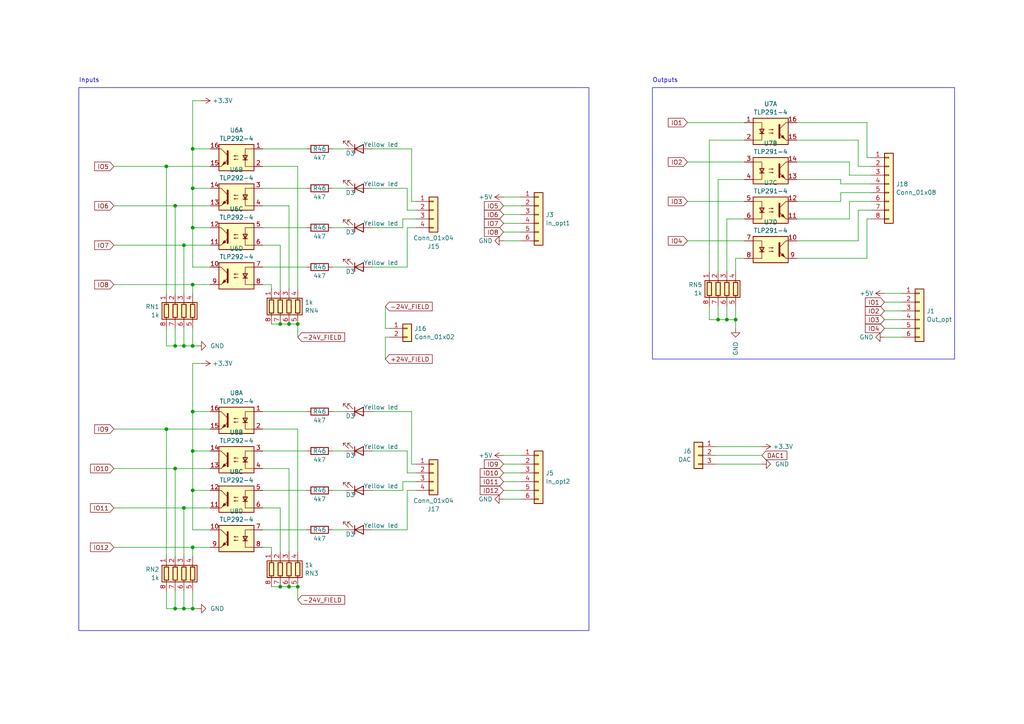
<source format=kicad_sch>
(kicad_sch (version 20230121) (generator eeschema)

  (uuid d19c7c83-0eea-4332-958a-4c973a41eedf)

  (paper "A4")

  (title_block
    (title "MetalMusings EaserCAT 3000")
  )

  (lib_symbols
    (symbol "Connector_Generic:Conn_01x02" (pin_names (offset 1.016) hide) (in_bom yes) (on_board yes)
      (property "Reference" "J" (at 0 2.54 0)
        (effects (font (size 1.27 1.27)))
      )
      (property "Value" "Conn_01x02" (at 0 -5.08 0)
        (effects (font (size 1.27 1.27)))
      )
      (property "Footprint" "" (at 0 0 0)
        (effects (font (size 1.27 1.27)) hide)
      )
      (property "Datasheet" "~" (at 0 0 0)
        (effects (font (size 1.27 1.27)) hide)
      )
      (property "ki_keywords" "connector" (at 0 0 0)
        (effects (font (size 1.27 1.27)) hide)
      )
      (property "ki_description" "Generic connector, single row, 01x02, script generated (kicad-library-utils/schlib/autogen/connector/)" (at 0 0 0)
        (effects (font (size 1.27 1.27)) hide)
      )
      (property "ki_fp_filters" "Connector*:*_1x??_*" (at 0 0 0)
        (effects (font (size 1.27 1.27)) hide)
      )
      (symbol "Conn_01x02_1_1"
        (rectangle (start -1.27 -2.413) (end 0 -2.667)
          (stroke (width 0.1524) (type default))
          (fill (type none))
        )
        (rectangle (start -1.27 0.127) (end 0 -0.127)
          (stroke (width 0.1524) (type default))
          (fill (type none))
        )
        (rectangle (start -1.27 1.27) (end 1.27 -3.81)
          (stroke (width 0.254) (type default))
          (fill (type background))
        )
        (pin passive line (at -5.08 0 0) (length 3.81)
          (name "Pin_1" (effects (font (size 1.27 1.27))))
          (number "1" (effects (font (size 1.27 1.27))))
        )
        (pin passive line (at -5.08 -2.54 0) (length 3.81)
          (name "Pin_2" (effects (font (size 1.27 1.27))))
          (number "2" (effects (font (size 1.27 1.27))))
        )
      )
    )
    (symbol "Connector_Generic:Conn_01x03" (pin_names (offset 1.016) hide) (in_bom yes) (on_board yes)
      (property "Reference" "J" (at 0 5.08 0)
        (effects (font (size 1.27 1.27)))
      )
      (property "Value" "Conn_01x03" (at 0 -5.08 0)
        (effects (font (size 1.27 1.27)))
      )
      (property "Footprint" "" (at 0 0 0)
        (effects (font (size 1.27 1.27)) hide)
      )
      (property "Datasheet" "~" (at 0 0 0)
        (effects (font (size 1.27 1.27)) hide)
      )
      (property "ki_keywords" "connector" (at 0 0 0)
        (effects (font (size 1.27 1.27)) hide)
      )
      (property "ki_description" "Generic connector, single row, 01x03, script generated (kicad-library-utils/schlib/autogen/connector/)" (at 0 0 0)
        (effects (font (size 1.27 1.27)) hide)
      )
      (property "ki_fp_filters" "Connector*:*_1x??_*" (at 0 0 0)
        (effects (font (size 1.27 1.27)) hide)
      )
      (symbol "Conn_01x03_1_1"
        (rectangle (start -1.27 -2.413) (end 0 -2.667)
          (stroke (width 0.1524) (type default))
          (fill (type none))
        )
        (rectangle (start -1.27 0.127) (end 0 -0.127)
          (stroke (width 0.1524) (type default))
          (fill (type none))
        )
        (rectangle (start -1.27 2.667) (end 0 2.413)
          (stroke (width 0.1524) (type default))
          (fill (type none))
        )
        (rectangle (start -1.27 3.81) (end 1.27 -3.81)
          (stroke (width 0.254) (type default))
          (fill (type background))
        )
        (pin passive line (at -5.08 2.54 0) (length 3.81)
          (name "Pin_1" (effects (font (size 1.27 1.27))))
          (number "1" (effects (font (size 1.27 1.27))))
        )
        (pin passive line (at -5.08 0 0) (length 3.81)
          (name "Pin_2" (effects (font (size 1.27 1.27))))
          (number "2" (effects (font (size 1.27 1.27))))
        )
        (pin passive line (at -5.08 -2.54 0) (length 3.81)
          (name "Pin_3" (effects (font (size 1.27 1.27))))
          (number "3" (effects (font (size 1.27 1.27))))
        )
      )
    )
    (symbol "Connector_Generic:Conn_01x04" (pin_names (offset 1.016) hide) (in_bom yes) (on_board yes)
      (property "Reference" "J" (at 0 5.08 0)
        (effects (font (size 1.27 1.27)))
      )
      (property "Value" "Conn_01x04" (at 0 -7.62 0)
        (effects (font (size 1.27 1.27)))
      )
      (property "Footprint" "" (at 0 0 0)
        (effects (font (size 1.27 1.27)) hide)
      )
      (property "Datasheet" "~" (at 0 0 0)
        (effects (font (size 1.27 1.27)) hide)
      )
      (property "ki_keywords" "connector" (at 0 0 0)
        (effects (font (size 1.27 1.27)) hide)
      )
      (property "ki_description" "Generic connector, single row, 01x04, script generated (kicad-library-utils/schlib/autogen/connector/)" (at 0 0 0)
        (effects (font (size 1.27 1.27)) hide)
      )
      (property "ki_fp_filters" "Connector*:*_1x??_*" (at 0 0 0)
        (effects (font (size 1.27 1.27)) hide)
      )
      (symbol "Conn_01x04_1_1"
        (rectangle (start -1.27 -4.953) (end 0 -5.207)
          (stroke (width 0.1524) (type default))
          (fill (type none))
        )
        (rectangle (start -1.27 -2.413) (end 0 -2.667)
          (stroke (width 0.1524) (type default))
          (fill (type none))
        )
        (rectangle (start -1.27 0.127) (end 0 -0.127)
          (stroke (width 0.1524) (type default))
          (fill (type none))
        )
        (rectangle (start -1.27 2.667) (end 0 2.413)
          (stroke (width 0.1524) (type default))
          (fill (type none))
        )
        (rectangle (start -1.27 3.81) (end 1.27 -6.35)
          (stroke (width 0.254) (type default))
          (fill (type background))
        )
        (pin passive line (at -5.08 2.54 0) (length 3.81)
          (name "Pin_1" (effects (font (size 1.27 1.27))))
          (number "1" (effects (font (size 1.27 1.27))))
        )
        (pin passive line (at -5.08 0 0) (length 3.81)
          (name "Pin_2" (effects (font (size 1.27 1.27))))
          (number "2" (effects (font (size 1.27 1.27))))
        )
        (pin passive line (at -5.08 -2.54 0) (length 3.81)
          (name "Pin_3" (effects (font (size 1.27 1.27))))
          (number "3" (effects (font (size 1.27 1.27))))
        )
        (pin passive line (at -5.08 -5.08 0) (length 3.81)
          (name "Pin_4" (effects (font (size 1.27 1.27))))
          (number "4" (effects (font (size 1.27 1.27))))
        )
      )
    )
    (symbol "Connector_Generic:Conn_01x06" (pin_names (offset 1.016) hide) (in_bom yes) (on_board yes)
      (property "Reference" "J" (at 0 7.62 0)
        (effects (font (size 1.27 1.27)))
      )
      (property "Value" "Conn_01x06" (at 0 -10.16 0)
        (effects (font (size 1.27 1.27)))
      )
      (property "Footprint" "" (at 0 0 0)
        (effects (font (size 1.27 1.27)) hide)
      )
      (property "Datasheet" "~" (at 0 0 0)
        (effects (font (size 1.27 1.27)) hide)
      )
      (property "ki_keywords" "connector" (at 0 0 0)
        (effects (font (size 1.27 1.27)) hide)
      )
      (property "ki_description" "Generic connector, single row, 01x06, script generated (kicad-library-utils/schlib/autogen/connector/)" (at 0 0 0)
        (effects (font (size 1.27 1.27)) hide)
      )
      (property "ki_fp_filters" "Connector*:*_1x??_*" (at 0 0 0)
        (effects (font (size 1.27 1.27)) hide)
      )
      (symbol "Conn_01x06_1_1"
        (rectangle (start -1.27 -7.493) (end 0 -7.747)
          (stroke (width 0.1524) (type default))
          (fill (type none))
        )
        (rectangle (start -1.27 -4.953) (end 0 -5.207)
          (stroke (width 0.1524) (type default))
          (fill (type none))
        )
        (rectangle (start -1.27 -2.413) (end 0 -2.667)
          (stroke (width 0.1524) (type default))
          (fill (type none))
        )
        (rectangle (start -1.27 0.127) (end 0 -0.127)
          (stroke (width 0.1524) (type default))
          (fill (type none))
        )
        (rectangle (start -1.27 2.667) (end 0 2.413)
          (stroke (width 0.1524) (type default))
          (fill (type none))
        )
        (rectangle (start -1.27 5.207) (end 0 4.953)
          (stroke (width 0.1524) (type default))
          (fill (type none))
        )
        (rectangle (start -1.27 6.35) (end 1.27 -8.89)
          (stroke (width 0.254) (type default))
          (fill (type background))
        )
        (pin passive line (at -5.08 5.08 0) (length 3.81)
          (name "Pin_1" (effects (font (size 1.27 1.27))))
          (number "1" (effects (font (size 1.27 1.27))))
        )
        (pin passive line (at -5.08 2.54 0) (length 3.81)
          (name "Pin_2" (effects (font (size 1.27 1.27))))
          (number "2" (effects (font (size 1.27 1.27))))
        )
        (pin passive line (at -5.08 0 0) (length 3.81)
          (name "Pin_3" (effects (font (size 1.27 1.27))))
          (number "3" (effects (font (size 1.27 1.27))))
        )
        (pin passive line (at -5.08 -2.54 0) (length 3.81)
          (name "Pin_4" (effects (font (size 1.27 1.27))))
          (number "4" (effects (font (size 1.27 1.27))))
        )
        (pin passive line (at -5.08 -5.08 0) (length 3.81)
          (name "Pin_5" (effects (font (size 1.27 1.27))))
          (number "5" (effects (font (size 1.27 1.27))))
        )
        (pin passive line (at -5.08 -7.62 0) (length 3.81)
          (name "Pin_6" (effects (font (size 1.27 1.27))))
          (number "6" (effects (font (size 1.27 1.27))))
        )
      )
    )
    (symbol "Connector_Generic:Conn_01x08" (pin_names (offset 1.016) hide) (in_bom yes) (on_board yes)
      (property "Reference" "J" (at 0 10.16 0)
        (effects (font (size 1.27 1.27)))
      )
      (property "Value" "Conn_01x08" (at 0 -12.7 0)
        (effects (font (size 1.27 1.27)))
      )
      (property "Footprint" "" (at 0 0 0)
        (effects (font (size 1.27 1.27)) hide)
      )
      (property "Datasheet" "~" (at 0 0 0)
        (effects (font (size 1.27 1.27)) hide)
      )
      (property "ki_keywords" "connector" (at 0 0 0)
        (effects (font (size 1.27 1.27)) hide)
      )
      (property "ki_description" "Generic connector, single row, 01x08, script generated (kicad-library-utils/schlib/autogen/connector/)" (at 0 0 0)
        (effects (font (size 1.27 1.27)) hide)
      )
      (property "ki_fp_filters" "Connector*:*_1x??_*" (at 0 0 0)
        (effects (font (size 1.27 1.27)) hide)
      )
      (symbol "Conn_01x08_1_1"
        (rectangle (start -1.27 -10.033) (end 0 -10.287)
          (stroke (width 0.1524) (type default))
          (fill (type none))
        )
        (rectangle (start -1.27 -7.493) (end 0 -7.747)
          (stroke (width 0.1524) (type default))
          (fill (type none))
        )
        (rectangle (start -1.27 -4.953) (end 0 -5.207)
          (stroke (width 0.1524) (type default))
          (fill (type none))
        )
        (rectangle (start -1.27 -2.413) (end 0 -2.667)
          (stroke (width 0.1524) (type default))
          (fill (type none))
        )
        (rectangle (start -1.27 0.127) (end 0 -0.127)
          (stroke (width 0.1524) (type default))
          (fill (type none))
        )
        (rectangle (start -1.27 2.667) (end 0 2.413)
          (stroke (width 0.1524) (type default))
          (fill (type none))
        )
        (rectangle (start -1.27 5.207) (end 0 4.953)
          (stroke (width 0.1524) (type default))
          (fill (type none))
        )
        (rectangle (start -1.27 7.747) (end 0 7.493)
          (stroke (width 0.1524) (type default))
          (fill (type none))
        )
        (rectangle (start -1.27 8.89) (end 1.27 -11.43)
          (stroke (width 0.254) (type default))
          (fill (type background))
        )
        (pin passive line (at -5.08 7.62 0) (length 3.81)
          (name "Pin_1" (effects (font (size 1.27 1.27))))
          (number "1" (effects (font (size 1.27 1.27))))
        )
        (pin passive line (at -5.08 5.08 0) (length 3.81)
          (name "Pin_2" (effects (font (size 1.27 1.27))))
          (number "2" (effects (font (size 1.27 1.27))))
        )
        (pin passive line (at -5.08 2.54 0) (length 3.81)
          (name "Pin_3" (effects (font (size 1.27 1.27))))
          (number "3" (effects (font (size 1.27 1.27))))
        )
        (pin passive line (at -5.08 0 0) (length 3.81)
          (name "Pin_4" (effects (font (size 1.27 1.27))))
          (number "4" (effects (font (size 1.27 1.27))))
        )
        (pin passive line (at -5.08 -2.54 0) (length 3.81)
          (name "Pin_5" (effects (font (size 1.27 1.27))))
          (number "5" (effects (font (size 1.27 1.27))))
        )
        (pin passive line (at -5.08 -5.08 0) (length 3.81)
          (name "Pin_6" (effects (font (size 1.27 1.27))))
          (number "6" (effects (font (size 1.27 1.27))))
        )
        (pin passive line (at -5.08 -7.62 0) (length 3.81)
          (name "Pin_7" (effects (font (size 1.27 1.27))))
          (number "7" (effects (font (size 1.27 1.27))))
        )
        (pin passive line (at -5.08 -10.16 0) (length 3.81)
          (name "Pin_8" (effects (font (size 1.27 1.27))))
          (number "8" (effects (font (size 1.27 1.27))))
        )
      )
    )
    (symbol "Device:LED" (pin_numbers hide) (pin_names (offset 1.016) hide) (in_bom yes) (on_board yes)
      (property "Reference" "D" (at 0 2.54 0)
        (effects (font (size 1.27 1.27)))
      )
      (property "Value" "LED" (at 0 -2.54 0)
        (effects (font (size 1.27 1.27)))
      )
      (property "Footprint" "" (at 0 0 0)
        (effects (font (size 1.27 1.27)) hide)
      )
      (property "Datasheet" "~" (at 0 0 0)
        (effects (font (size 1.27 1.27)) hide)
      )
      (property "ki_keywords" "LED diode" (at 0 0 0)
        (effects (font (size 1.27 1.27)) hide)
      )
      (property "ki_description" "Light emitting diode" (at 0 0 0)
        (effects (font (size 1.27 1.27)) hide)
      )
      (property "ki_fp_filters" "LED* LED_SMD:* LED_THT:*" (at 0 0 0)
        (effects (font (size 1.27 1.27)) hide)
      )
      (symbol "LED_0_1"
        (polyline
          (pts
            (xy -1.27 -1.27)
            (xy -1.27 1.27)
          )
          (stroke (width 0.254) (type default))
          (fill (type none))
        )
        (polyline
          (pts
            (xy -1.27 0)
            (xy 1.27 0)
          )
          (stroke (width 0) (type default))
          (fill (type none))
        )
        (polyline
          (pts
            (xy 1.27 -1.27)
            (xy 1.27 1.27)
            (xy -1.27 0)
            (xy 1.27 -1.27)
          )
          (stroke (width 0.254) (type default))
          (fill (type none))
        )
        (polyline
          (pts
            (xy -3.048 -0.762)
            (xy -4.572 -2.286)
            (xy -3.81 -2.286)
            (xy -4.572 -2.286)
            (xy -4.572 -1.524)
          )
          (stroke (width 0) (type default))
          (fill (type none))
        )
        (polyline
          (pts
            (xy -1.778 -0.762)
            (xy -3.302 -2.286)
            (xy -2.54 -2.286)
            (xy -3.302 -2.286)
            (xy -3.302 -1.524)
          )
          (stroke (width 0) (type default))
          (fill (type none))
        )
      )
      (symbol "LED_1_1"
        (pin passive line (at -3.81 0 0) (length 2.54)
          (name "K" (effects (font (size 1.27 1.27))))
          (number "1" (effects (font (size 1.27 1.27))))
        )
        (pin passive line (at 3.81 0 180) (length 2.54)
          (name "A" (effects (font (size 1.27 1.27))))
          (number "2" (effects (font (size 1.27 1.27))))
        )
      )
    )
    (symbol "Device:R" (pin_numbers hide) (pin_names (offset 0)) (in_bom yes) (on_board yes)
      (property "Reference" "R" (at 2.032 0 90)
        (effects (font (size 1.27 1.27)))
      )
      (property "Value" "R" (at 0 0 90)
        (effects (font (size 1.27 1.27)))
      )
      (property "Footprint" "" (at -1.778 0 90)
        (effects (font (size 1.27 1.27)) hide)
      )
      (property "Datasheet" "~" (at 0 0 0)
        (effects (font (size 1.27 1.27)) hide)
      )
      (property "ki_keywords" "R res resistor" (at 0 0 0)
        (effects (font (size 1.27 1.27)) hide)
      )
      (property "ki_description" "Resistor" (at 0 0 0)
        (effects (font (size 1.27 1.27)) hide)
      )
      (property "ki_fp_filters" "R_*" (at 0 0 0)
        (effects (font (size 1.27 1.27)) hide)
      )
      (symbol "R_0_1"
        (rectangle (start -1.016 -2.54) (end 1.016 2.54)
          (stroke (width 0.254) (type default))
          (fill (type none))
        )
      )
      (symbol "R_1_1"
        (pin passive line (at 0 3.81 270) (length 1.27)
          (name "~" (effects (font (size 1.27 1.27))))
          (number "1" (effects (font (size 1.27 1.27))))
        )
        (pin passive line (at 0 -3.81 90) (length 1.27)
          (name "~" (effects (font (size 1.27 1.27))))
          (number "2" (effects (font (size 1.27 1.27))))
        )
      )
    )
    (symbol "Device:R_Pack04" (pin_names (offset 0) hide) (in_bom yes) (on_board yes)
      (property "Reference" "RN" (at -7.62 0 90)
        (effects (font (size 1.27 1.27)))
      )
      (property "Value" "R_Pack04" (at 5.08 0 90)
        (effects (font (size 1.27 1.27)))
      )
      (property "Footprint" "" (at 6.985 0 90)
        (effects (font (size 1.27 1.27)) hide)
      )
      (property "Datasheet" "~" (at 0 0 0)
        (effects (font (size 1.27 1.27)) hide)
      )
      (property "ki_keywords" "R network parallel topology isolated" (at 0 0 0)
        (effects (font (size 1.27 1.27)) hide)
      )
      (property "ki_description" "4 resistor network, parallel topology" (at 0 0 0)
        (effects (font (size 1.27 1.27)) hide)
      )
      (property "ki_fp_filters" "DIP* SOIC* R*Array*Concave* R*Array*Convex*" (at 0 0 0)
        (effects (font (size 1.27 1.27)) hide)
      )
      (symbol "R_Pack04_0_1"
        (rectangle (start -6.35 -2.413) (end 3.81 2.413)
          (stroke (width 0.254) (type default))
          (fill (type background))
        )
        (rectangle (start -5.715 1.905) (end -4.445 -1.905)
          (stroke (width 0.254) (type default))
          (fill (type none))
        )
        (rectangle (start -3.175 1.905) (end -1.905 -1.905)
          (stroke (width 0.254) (type default))
          (fill (type none))
        )
        (rectangle (start -0.635 1.905) (end 0.635 -1.905)
          (stroke (width 0.254) (type default))
          (fill (type none))
        )
        (polyline
          (pts
            (xy -5.08 -2.54)
            (xy -5.08 -1.905)
          )
          (stroke (width 0) (type default))
          (fill (type none))
        )
        (polyline
          (pts
            (xy -5.08 1.905)
            (xy -5.08 2.54)
          )
          (stroke (width 0) (type default))
          (fill (type none))
        )
        (polyline
          (pts
            (xy -2.54 -2.54)
            (xy -2.54 -1.905)
          )
          (stroke (width 0) (type default))
          (fill (type none))
        )
        (polyline
          (pts
            (xy -2.54 1.905)
            (xy -2.54 2.54)
          )
          (stroke (width 0) (type default))
          (fill (type none))
        )
        (polyline
          (pts
            (xy 0 -2.54)
            (xy 0 -1.905)
          )
          (stroke (width 0) (type default))
          (fill (type none))
        )
        (polyline
          (pts
            (xy 0 1.905)
            (xy 0 2.54)
          )
          (stroke (width 0) (type default))
          (fill (type none))
        )
        (polyline
          (pts
            (xy 2.54 -2.54)
            (xy 2.54 -1.905)
          )
          (stroke (width 0) (type default))
          (fill (type none))
        )
        (polyline
          (pts
            (xy 2.54 1.905)
            (xy 2.54 2.54)
          )
          (stroke (width 0) (type default))
          (fill (type none))
        )
        (rectangle (start 1.905 1.905) (end 3.175 -1.905)
          (stroke (width 0.254) (type default))
          (fill (type none))
        )
      )
      (symbol "R_Pack04_1_1"
        (pin passive line (at -5.08 -5.08 90) (length 2.54)
          (name "R1.1" (effects (font (size 1.27 1.27))))
          (number "1" (effects (font (size 1.27 1.27))))
        )
        (pin passive line (at -2.54 -5.08 90) (length 2.54)
          (name "R2.1" (effects (font (size 1.27 1.27))))
          (number "2" (effects (font (size 1.27 1.27))))
        )
        (pin passive line (at 0 -5.08 90) (length 2.54)
          (name "R3.1" (effects (font (size 1.27 1.27))))
          (number "3" (effects (font (size 1.27 1.27))))
        )
        (pin passive line (at 2.54 -5.08 90) (length 2.54)
          (name "R4.1" (effects (font (size 1.27 1.27))))
          (number "4" (effects (font (size 1.27 1.27))))
        )
        (pin passive line (at 2.54 5.08 270) (length 2.54)
          (name "R4.2" (effects (font (size 1.27 1.27))))
          (number "5" (effects (font (size 1.27 1.27))))
        )
        (pin passive line (at 0 5.08 270) (length 2.54)
          (name "R3.2" (effects (font (size 1.27 1.27))))
          (number "6" (effects (font (size 1.27 1.27))))
        )
        (pin passive line (at -2.54 5.08 270) (length 2.54)
          (name "R2.2" (effects (font (size 1.27 1.27))))
          (number "7" (effects (font (size 1.27 1.27))))
        )
        (pin passive line (at -5.08 5.08 270) (length 2.54)
          (name "R1.2" (effects (font (size 1.27 1.27))))
          (number "8" (effects (font (size 1.27 1.27))))
        )
      )
    )
    (symbol "Isolator:TLP291-4" (in_bom yes) (on_board yes)
      (property "Reference" "U" (at -5.08 5.08 0)
        (effects (font (size 1.27 1.27)) (justify left))
      )
      (property "Value" "TLP291-4" (at 0 5.08 0)
        (effects (font (size 1.27 1.27)) (justify left))
      )
      (property "Footprint" "Package_SO:SOIC-16_4.55x10.3mm_P1.27mm" (at -5.08 -5.08 0)
        (effects (font (size 1.27 1.27) italic) (justify left) hide)
      )
      (property "Datasheet" "https://toshiba.semicon-storage.com/info/docget.jsp?did=12858&prodName=TLP291-4" (at 0 0 0)
        (effects (font (size 1.27 1.27)) (justify left) hide)
      )
      (property "ki_keywords" "NPN DC Quad Optocoupler" (at 0 0 0)
        (effects (font (size 1.27 1.27)) hide)
      )
      (property "ki_description" "Quad DC Optocoupler, Vce 80V, CTR 50-100%, SOP16" (at 0 0 0)
        (effects (font (size 1.27 1.27)) hide)
      )
      (property "ki_fp_filters" "SOIC*4.55x10.3mm*P1.27mm*" (at 0 0 0)
        (effects (font (size 1.27 1.27)) hide)
      )
      (symbol "TLP291-4_0_1"
        (rectangle (start -5.08 3.81) (end 5.08 -3.81)
          (stroke (width 0.254) (type default))
          (fill (type background))
        )
        (polyline
          (pts
            (xy -3.175 -0.635)
            (xy -1.905 -0.635)
          )
          (stroke (width 0.254) (type default))
          (fill (type none))
        )
        (polyline
          (pts
            (xy 2.54 0.635)
            (xy 4.445 2.54)
          )
          (stroke (width 0) (type default))
          (fill (type none))
        )
        (polyline
          (pts
            (xy 4.445 -2.54)
            (xy 2.54 -0.635)
          )
          (stroke (width 0) (type default))
          (fill (type outline))
        )
        (polyline
          (pts
            (xy 4.445 -2.54)
            (xy 5.08 -2.54)
          )
          (stroke (width 0) (type default))
          (fill (type none))
        )
        (polyline
          (pts
            (xy 4.445 2.54)
            (xy 5.08 2.54)
          )
          (stroke (width 0) (type default))
          (fill (type none))
        )
        (polyline
          (pts
            (xy -5.08 2.54)
            (xy -2.54 2.54)
            (xy -2.54 0.635)
          )
          (stroke (width 0) (type default))
          (fill (type none))
        )
        (polyline
          (pts
            (xy -2.54 0.635)
            (xy -2.54 -2.54)
            (xy -5.08 -2.54)
          )
          (stroke (width 0) (type default))
          (fill (type none))
        )
        (polyline
          (pts
            (xy 2.54 1.905)
            (xy 2.54 -1.905)
            (xy 2.54 -1.905)
          )
          (stroke (width 0.508) (type default))
          (fill (type none))
        )
        (polyline
          (pts
            (xy -2.54 -0.635)
            (xy -3.175 0.635)
            (xy -1.905 0.635)
            (xy -2.54 -0.635)
          )
          (stroke (width 0.254) (type default))
          (fill (type none))
        )
        (polyline
          (pts
            (xy -0.508 -0.508)
            (xy 0.762 -0.508)
            (xy 0.381 -0.635)
            (xy 0.381 -0.381)
            (xy 0.762 -0.508)
          )
          (stroke (width 0) (type default))
          (fill (type none))
        )
        (polyline
          (pts
            (xy -0.508 0.508)
            (xy 0.762 0.508)
            (xy 0.381 0.381)
            (xy 0.381 0.635)
            (xy 0.762 0.508)
          )
          (stroke (width 0) (type default))
          (fill (type none))
        )
        (polyline
          (pts
            (xy 3.048 -1.651)
            (xy 3.556 -1.143)
            (xy 4.064 -2.159)
            (xy 3.048 -1.651)
            (xy 3.048 -1.651)
          )
          (stroke (width 0) (type default))
          (fill (type outline))
        )
      )
      (symbol "TLP291-4_1_1"
        (pin passive line (at -7.62 2.54 0) (length 2.54)
          (name "~" (effects (font (size 1.27 1.27))))
          (number "1" (effects (font (size 1.27 1.27))))
        )
        (pin passive line (at 7.62 -2.54 180) (length 2.54)
          (name "~" (effects (font (size 1.27 1.27))))
          (number "15" (effects (font (size 1.27 1.27))))
        )
        (pin passive line (at 7.62 2.54 180) (length 2.54)
          (name "~" (effects (font (size 1.27 1.27))))
          (number "16" (effects (font (size 1.27 1.27))))
        )
        (pin passive line (at -7.62 -2.54 0) (length 2.54)
          (name "~" (effects (font (size 1.27 1.27))))
          (number "2" (effects (font (size 1.27 1.27))))
        )
      )
      (symbol "TLP291-4_2_1"
        (pin passive line (at 7.62 -2.54 180) (length 2.54)
          (name "~" (effects (font (size 1.27 1.27))))
          (number "13" (effects (font (size 1.27 1.27))))
        )
        (pin passive line (at 7.62 2.54 180) (length 2.54)
          (name "~" (effects (font (size 1.27 1.27))))
          (number "14" (effects (font (size 1.27 1.27))))
        )
        (pin passive line (at -7.62 2.54 0) (length 2.54)
          (name "~" (effects (font (size 1.27 1.27))))
          (number "3" (effects (font (size 1.27 1.27))))
        )
        (pin passive line (at -7.62 -2.54 0) (length 2.54)
          (name "~" (effects (font (size 1.27 1.27))))
          (number "4" (effects (font (size 1.27 1.27))))
        )
      )
      (symbol "TLP291-4_3_1"
        (pin passive line (at 7.62 -2.54 180) (length 2.54)
          (name "~" (effects (font (size 1.27 1.27))))
          (number "11" (effects (font (size 1.27 1.27))))
        )
        (pin passive line (at 7.62 2.54 180) (length 2.54)
          (name "~" (effects (font (size 1.27 1.27))))
          (number "12" (effects (font (size 1.27 1.27))))
        )
        (pin passive line (at -7.62 2.54 0) (length 2.54)
          (name "~" (effects (font (size 1.27 1.27))))
          (number "5" (effects (font (size 1.27 1.27))))
        )
        (pin passive line (at -7.62 -2.54 0) (length 2.54)
          (name "~" (effects (font (size 1.27 1.27))))
          (number "6" (effects (font (size 1.27 1.27))))
        )
      )
      (symbol "TLP291-4_4_1"
        (pin passive line (at 7.62 2.54 180) (length 2.54)
          (name "~" (effects (font (size 1.27 1.27))))
          (number "10" (effects (font (size 1.27 1.27))))
        )
        (pin passive line (at -7.62 2.54 0) (length 2.54)
          (name "~" (effects (font (size 1.27 1.27))))
          (number "7" (effects (font (size 1.27 1.27))))
        )
        (pin passive line (at -7.62 -2.54 0) (length 2.54)
          (name "~" (effects (font (size 1.27 1.27))))
          (number "8" (effects (font (size 1.27 1.27))))
        )
        (pin passive line (at 7.62 -2.54 180) (length 2.54)
          (name "~" (effects (font (size 1.27 1.27))))
          (number "9" (effects (font (size 1.27 1.27))))
        )
      )
    )
    (symbol "power:+3.3V" (power) (pin_names (offset 0)) (in_bom yes) (on_board yes)
      (property "Reference" "#PWR" (at 0 -3.81 0)
        (effects (font (size 1.27 1.27)) hide)
      )
      (property "Value" "+3.3V" (at 0 3.556 0)
        (effects (font (size 1.27 1.27)))
      )
      (property "Footprint" "" (at 0 0 0)
        (effects (font (size 1.27 1.27)) hide)
      )
      (property "Datasheet" "" (at 0 0 0)
        (effects (font (size 1.27 1.27)) hide)
      )
      (property "ki_keywords" "global power" (at 0 0 0)
        (effects (font (size 1.27 1.27)) hide)
      )
      (property "ki_description" "Power symbol creates a global label with name \"+3.3V\"" (at 0 0 0)
        (effects (font (size 1.27 1.27)) hide)
      )
      (symbol "+3.3V_0_1"
        (polyline
          (pts
            (xy -0.762 1.27)
            (xy 0 2.54)
          )
          (stroke (width 0) (type default))
          (fill (type none))
        )
        (polyline
          (pts
            (xy 0 0)
            (xy 0 2.54)
          )
          (stroke (width 0) (type default))
          (fill (type none))
        )
        (polyline
          (pts
            (xy 0 2.54)
            (xy 0.762 1.27)
          )
          (stroke (width 0) (type default))
          (fill (type none))
        )
      )
      (symbol "+3.3V_1_1"
        (pin power_in line (at 0 0 90) (length 0) hide
          (name "+3.3V" (effects (font (size 1.27 1.27))))
          (number "1" (effects (font (size 1.27 1.27))))
        )
      )
    )
    (symbol "power:+5V" (power) (pin_names (offset 0)) (in_bom yes) (on_board yes)
      (property "Reference" "#PWR" (at 0 -3.81 0)
        (effects (font (size 1.27 1.27)) hide)
      )
      (property "Value" "+5V" (at 0 3.556 0)
        (effects (font (size 1.27 1.27)))
      )
      (property "Footprint" "" (at 0 0 0)
        (effects (font (size 1.27 1.27)) hide)
      )
      (property "Datasheet" "" (at 0 0 0)
        (effects (font (size 1.27 1.27)) hide)
      )
      (property "ki_keywords" "global power" (at 0 0 0)
        (effects (font (size 1.27 1.27)) hide)
      )
      (property "ki_description" "Power symbol creates a global label with name \"+5V\"" (at 0 0 0)
        (effects (font (size 1.27 1.27)) hide)
      )
      (symbol "+5V_0_1"
        (polyline
          (pts
            (xy -0.762 1.27)
            (xy 0 2.54)
          )
          (stroke (width 0) (type default))
          (fill (type none))
        )
        (polyline
          (pts
            (xy 0 0)
            (xy 0 2.54)
          )
          (stroke (width 0) (type default))
          (fill (type none))
        )
        (polyline
          (pts
            (xy 0 2.54)
            (xy 0.762 1.27)
          )
          (stroke (width 0) (type default))
          (fill (type none))
        )
      )
      (symbol "+5V_1_1"
        (pin power_in line (at 0 0 90) (length 0) hide
          (name "+5V" (effects (font (size 1.27 1.27))))
          (number "1" (effects (font (size 1.27 1.27))))
        )
      )
    )
    (symbol "power:GND" (power) (pin_names (offset 0)) (in_bom yes) (on_board yes)
      (property "Reference" "#PWR" (at 0 -6.35 0)
        (effects (font (size 1.27 1.27)) hide)
      )
      (property "Value" "GND" (at 0 -3.81 0)
        (effects (font (size 1.27 1.27)))
      )
      (property "Footprint" "" (at 0 0 0)
        (effects (font (size 1.27 1.27)) hide)
      )
      (property "Datasheet" "" (at 0 0 0)
        (effects (font (size 1.27 1.27)) hide)
      )
      (property "ki_keywords" "global power" (at 0 0 0)
        (effects (font (size 1.27 1.27)) hide)
      )
      (property "ki_description" "Power symbol creates a global label with name \"GND\" , ground" (at 0 0 0)
        (effects (font (size 1.27 1.27)) hide)
      )
      (symbol "GND_0_1"
        (polyline
          (pts
            (xy 0 0)
            (xy 0 -1.27)
            (xy 1.27 -1.27)
            (xy 0 -2.54)
            (xy -1.27 -1.27)
            (xy 0 -1.27)
          )
          (stroke (width 0) (type default))
          (fill (type none))
        )
      )
      (symbol "GND_1_1"
        (pin power_in line (at 0 0 270) (length 0) hide
          (name "GND" (effects (font (size 1.27 1.27))))
          (number "1" (effects (font (size 1.27 1.27))))
        )
      )
    )
  )

  (junction (at 55.88 54.61) (diameter 0) (color 0 0 0 0)
    (uuid 07cbb7b7-3f83-4128-b766-89904e8b2b59)
  )
  (junction (at 48.26 124.46) (diameter 0) (color 0 0 0 0)
    (uuid 10df9d2d-77cc-449b-9c25-983999fb39a4)
  )
  (junction (at 83.82 93.98) (diameter 0) (color 0 0 0 0)
    (uuid 15a9f37c-d5d2-4217-855b-b2803ff82848)
  )
  (junction (at 55.88 176.53) (diameter 0) (color 0 0 0 0)
    (uuid 18a0c0d8-235f-41fb-b3c4-1513ad3b4482)
  )
  (junction (at 208.28 92.71) (diameter 0) (color 0 0 0 0)
    (uuid 1b560e34-41be-43fd-8529-e58dc6d37522)
  )
  (junction (at 55.88 119.38) (diameter 0) (color 0 0 0 0)
    (uuid 1dd69ea6-5360-49cc-8337-ba61698ad8d1)
  )
  (junction (at 50.8 176.53) (diameter 0) (color 0 0 0 0)
    (uuid 2110fcb5-cc92-4f0d-80b3-df7f697353b1)
  )
  (junction (at 81.28 93.98) (diameter 0) (color 0 0 0 0)
    (uuid 22d081f4-371c-46e2-a279-8d3c008e963e)
  )
  (junction (at 213.36 92.71) (diameter 0) (color 0 0 0 0)
    (uuid 2bbb1fa0-b8ca-48d0-88d0-feefc8a81565)
  )
  (junction (at 210.82 92.71) (diameter 0) (color 0 0 0 0)
    (uuid 2eb9d7c6-fc97-4f58-957f-64a01d6d5108)
  )
  (junction (at 83.82 170.18) (diameter 0) (color 0 0 0 0)
    (uuid 3024cf93-733f-4a22-a5fc-2ba353e87d78)
  )
  (junction (at 55.88 43.18) (diameter 0) (color 0 0 0 0)
    (uuid 5354ec96-5fcd-4894-93ea-88bc52835846)
  )
  (junction (at 55.88 82.55) (diameter 0) (color 0 0 0 0)
    (uuid 5779957c-f6d2-40dc-ad82-9d7099d36594)
  )
  (junction (at 55.88 130.81) (diameter 0) (color 0 0 0 0)
    (uuid 5a15d30a-c4dc-4c13-9286-2334ea4bda86)
  )
  (junction (at 48.26 48.26) (diameter 0) (color 0 0 0 0)
    (uuid 616af3f3-f203-4c74-8cc4-224fcc8f2a5a)
  )
  (junction (at 53.34 147.32) (diameter 0) (color 0 0 0 0)
    (uuid 64a7af42-9287-4537-ac9c-5404d589331d)
  )
  (junction (at 50.8 135.89) (diameter 0) (color 0 0 0 0)
    (uuid 671be165-0eab-4b07-b79b-bae89dcf4d84)
  )
  (junction (at 86.36 93.98) (diameter 0) (color 0 0 0 0)
    (uuid 6d4287fc-867c-4fff-86bd-1c30233f78e1)
  )
  (junction (at 55.88 66.04) (diameter 0) (color 0 0 0 0)
    (uuid 80b8b24f-c137-4b6c-b9c5-1deb55f47fcd)
  )
  (junction (at 55.88 100.33) (diameter 0) (color 0 0 0 0)
    (uuid 93dc0ec0-dd2e-4722-9eb9-3c6722c5defc)
  )
  (junction (at 53.34 176.53) (diameter 0) (color 0 0 0 0)
    (uuid 9f8b79b9-7744-4147-8b4b-fef8182a1954)
  )
  (junction (at 50.8 59.69) (diameter 0) (color 0 0 0 0)
    (uuid a869d333-59dd-4d47-9a9a-5ba8cd70a38e)
  )
  (junction (at 53.34 71.12) (diameter 0) (color 0 0 0 0)
    (uuid aca97284-6bd7-4f8f-899b-36d89632830c)
  )
  (junction (at 55.88 142.24) (diameter 0) (color 0 0 0 0)
    (uuid bcd73f2a-3be9-4aca-8a55-4302737a928c)
  )
  (junction (at 81.28 170.18) (diameter 0) (color 0 0 0 0)
    (uuid cc6f0da4-1748-45ae-8cb3-00f891c8f483)
  )
  (junction (at 55.88 158.75) (diameter 0) (color 0 0 0 0)
    (uuid dbdc9b51-e141-48d8-99d0-69d85a41db83)
  )
  (junction (at 50.8 100.33) (diameter 0) (color 0 0 0 0)
    (uuid f48d5329-71ea-49b0-aaea-c1a534f7d532)
  )
  (junction (at 53.34 100.33) (diameter 0) (color 0 0 0 0)
    (uuid f6e15fa5-1282-4963-b6dd-779b285179c9)
  )
  (junction (at 86.36 170.18) (diameter 0) (color 0 0 0 0)
    (uuid f9c65761-8266-47e8-b84d-d318600566be)
  )

  (wire (pts (xy 76.2 142.24) (xy 88.9 142.24))
    (stroke (width 0) (type default))
    (uuid 01c7129e-d54e-450b-ac88-ba1f62953586)
  )
  (wire (pts (xy 120.65 66.04) (xy 118.11 66.04))
    (stroke (width 0) (type default))
    (uuid 02439b9a-9557-479c-ac82-1fc5d86ccc0d)
  )
  (wire (pts (xy 55.88 54.61) (xy 55.88 43.18))
    (stroke (width 0) (type default))
    (uuid 0289e346-4623-4c75-a126-b936e7b2a041)
  )
  (wire (pts (xy 33.02 48.26) (xy 48.26 48.26))
    (stroke (width 0) (type default))
    (uuid 02ff09f6-ea15-4d71-91d9-926ac32de6ff)
  )
  (wire (pts (xy 205.74 88.9) (xy 205.74 92.71))
    (stroke (width 0) (type default))
    (uuid 077bf300-3a55-4bfa-952c-f951865d04d8)
  )
  (wire (pts (xy 213.36 88.9) (xy 213.36 92.71))
    (stroke (width 0) (type default))
    (uuid 09c5c74c-bdcb-471e-a5bc-5a46e6b3b8b8)
  )
  (wire (pts (xy 55.88 66.04) (xy 60.96 66.04))
    (stroke (width 0) (type default))
    (uuid 0ab240a3-6720-4011-981f-6c5a837bd051)
  )
  (wire (pts (xy 50.8 135.89) (xy 60.96 135.89))
    (stroke (width 0) (type default))
    (uuid 0b4df079-5858-42cf-8dcc-63965d9dadf2)
  )
  (wire (pts (xy 81.28 71.12) (xy 81.28 83.82))
    (stroke (width 0) (type default))
    (uuid 0c1a8c4a-db6d-474a-8567-1c143b30289f)
  )
  (wire (pts (xy 76.2 153.67) (xy 88.9 153.67))
    (stroke (width 0) (type default))
    (uuid 0c733ce2-8989-416b-bb6d-59831f7b40ee)
  )
  (wire (pts (xy 55.88 100.33) (xy 53.34 100.33))
    (stroke (width 0) (type default))
    (uuid 0d54e2a0-fd23-44d8-83ad-dafb003a2fdc)
  )
  (wire (pts (xy 151.13 139.7) (xy 146.05 139.7))
    (stroke (width 0) (type default))
    (uuid 0fa196e4-35e7-4bd6-94c1-041121348d78)
  )
  (wire (pts (xy 119.38 134.62) (xy 120.65 134.62))
    (stroke (width 0) (type default))
    (uuid 0fa7ae37-9663-4c90-8f1d-80d4ab2d3414)
  )
  (wire (pts (xy 76.2 135.89) (xy 83.82 135.89))
    (stroke (width 0) (type default))
    (uuid 1052673e-1444-48ba-9be1-e7c073871e8a)
  )
  (wire (pts (xy 118.11 66.04) (xy 118.11 77.47))
    (stroke (width 0) (type default))
    (uuid 108bbc18-3dd6-4210-bd4c-971afdfc4915)
  )
  (wire (pts (xy 55.88 43.18) (xy 60.96 43.18))
    (stroke (width 0) (type default))
    (uuid 114d4d12-b233-45f0-a723-006566e7dbb9)
  )
  (wire (pts (xy 55.88 105.41) (xy 58.42 105.41))
    (stroke (width 0) (type default))
    (uuid 1400da5b-9e6f-43d6-abbb-9e91cad1d375)
  )
  (wire (pts (xy 252.73 58.42) (xy 246.38 58.42))
    (stroke (width 0) (type default))
    (uuid 15054ad7-02fd-44ac-82e7-a067dce46f3f)
  )
  (wire (pts (xy 86.36 48.26) (xy 86.36 83.82))
    (stroke (width 0) (type default))
    (uuid 1600e191-53bc-4fb1-a168-e9d4cf5145bb)
  )
  (wire (pts (xy 113.03 95.25) (xy 111.76 95.25))
    (stroke (width 0) (type default))
    (uuid 18f152f7-ccc2-47bd-9f77-5a99f840fce4)
  )
  (wire (pts (xy 208.28 52.07) (xy 208.28 78.74))
    (stroke (width 0) (type default))
    (uuid 19f3d7d3-dc1a-4360-882f-ca68bdddf549)
  )
  (wire (pts (xy 33.02 71.12) (xy 53.34 71.12))
    (stroke (width 0) (type default))
    (uuid 1a5788a9-9f4f-49a7-b2f9-9fa0f9518593)
  )
  (wire (pts (xy 261.62 97.79) (xy 256.54 97.79))
    (stroke (width 0) (type default))
    (uuid 1a8ccfee-f64a-40f3-bf43-85ad91faec51)
  )
  (wire (pts (xy 96.52 130.81) (xy 100.33 130.81))
    (stroke (width 0) (type default))
    (uuid 1b2d7f1b-c326-49c2-9060-21c4fe1474cf)
  )
  (wire (pts (xy 86.36 93.98) (xy 86.36 97.79))
    (stroke (width 0) (type default))
    (uuid 1b88b3de-aec0-4568-9590-f6517cc4262e)
  )
  (wire (pts (xy 120.65 139.7) (xy 116.84 139.7))
    (stroke (width 0) (type default))
    (uuid 1cc68282-b6c1-43f0-ad81-9d3e7e6b2043)
  )
  (wire (pts (xy 33.02 82.55) (xy 55.88 82.55))
    (stroke (width 0) (type default))
    (uuid 1d6727f4-2f0a-4670-b5ac-b31feac5badd)
  )
  (wire (pts (xy 76.2 71.12) (xy 81.28 71.12))
    (stroke (width 0) (type default))
    (uuid 218faa41-ff38-40bb-8362-85d88d8d1f4f)
  )
  (wire (pts (xy 151.13 132.08) (xy 146.05 132.08))
    (stroke (width 0) (type default))
    (uuid 21bf2b86-7e4a-404d-ae60-287f28f575d8)
  )
  (wire (pts (xy 246.38 46.99) (xy 231.14 46.99))
    (stroke (width 0) (type default))
    (uuid 22973758-3fb4-4d6e-8c38-44771ed5c1c7)
  )
  (wire (pts (xy 261.62 95.25) (xy 256.54 95.25))
    (stroke (width 0) (type default))
    (uuid 2428fdd2-3403-4493-8e24-c3c27a60f151)
  )
  (wire (pts (xy 53.34 71.12) (xy 60.96 71.12))
    (stroke (width 0) (type default))
    (uuid 250a860d-457d-4667-afd1-c0fdd94d76d1)
  )
  (wire (pts (xy 55.88 77.47) (xy 55.88 66.04))
    (stroke (width 0) (type default))
    (uuid 25874bd8-0d2a-4e8b-92cb-6d85640545d0)
  )
  (wire (pts (xy 50.8 176.53) (xy 50.8 171.45))
    (stroke (width 0) (type default))
    (uuid 26549126-7053-4f91-bb5c-8eecb3ef4207)
  )
  (wire (pts (xy 81.28 93.98) (xy 83.82 93.98))
    (stroke (width 0) (type default))
    (uuid 275ee4b2-b82c-4bd4-8759-b5bc69a662ca)
  )
  (wire (pts (xy 251.46 45.72) (xy 252.73 45.72))
    (stroke (width 0) (type default))
    (uuid 286a84a1-87bd-4d0a-a25a-147f11fce04f)
  )
  (wire (pts (xy 210.82 92.71) (xy 213.36 92.71))
    (stroke (width 0) (type default))
    (uuid 286bca9b-1bb9-4f6d-960d-3df62edc2554)
  )
  (wire (pts (xy 76.2 147.32) (xy 81.28 147.32))
    (stroke (width 0) (type default))
    (uuid 29053923-60af-41a3-bd9e-97ab6bcce108)
  )
  (wire (pts (xy 55.88 176.53) (xy 53.34 176.53))
    (stroke (width 0) (type default))
    (uuid 2911d755-da1c-4c62-bc44-1da9a2c551b2)
  )
  (wire (pts (xy 96.52 43.18) (xy 100.33 43.18))
    (stroke (width 0) (type default))
    (uuid 293628e2-2df4-45d8-944e-e0d936901ff8)
  )
  (wire (pts (xy 119.38 134.62) (xy 119.38 119.38))
    (stroke (width 0) (type default))
    (uuid 2d9f543a-9da4-43d5-b374-d8fb8f1f7984)
  )
  (wire (pts (xy 243.84 53.34) (xy 252.73 53.34))
    (stroke (width 0) (type default))
    (uuid 2da6c4be-b0a8-4b8e-b5f0-6c603f4ace23)
  )
  (wire (pts (xy 118.11 54.61) (xy 107.95 54.61))
    (stroke (width 0) (type default))
    (uuid 320b079f-41b5-412b-9671-8b5c864b07d2)
  )
  (wire (pts (xy 55.88 82.55) (xy 60.96 82.55))
    (stroke (width 0) (type default))
    (uuid 32337502-ea28-45fa-b04c-751aaac8e66c)
  )
  (wire (pts (xy 243.84 55.88) (xy 252.73 55.88))
    (stroke (width 0) (type default))
    (uuid 32ade1bc-9379-46f8-b527-0d4c06559905)
  )
  (wire (pts (xy 231.14 58.42) (xy 243.84 58.42))
    (stroke (width 0) (type default))
    (uuid 339b73d1-ab38-4b18-b3f2-3821684f2dea)
  )
  (wire (pts (xy 50.8 85.09) (xy 50.8 59.69))
    (stroke (width 0) (type default))
    (uuid 35326756-2ede-4494-ab8b-c0812fac8c9d)
  )
  (wire (pts (xy 55.88 100.33) (xy 55.88 95.25))
    (stroke (width 0) (type default))
    (uuid 38b4c120-20c0-4a67-b58b-cd9436ee5312)
  )
  (wire (pts (xy 118.11 130.81) (xy 107.95 130.81))
    (stroke (width 0) (type default))
    (uuid 3972b15a-71c8-41da-871e-91cb89f080c3)
  )
  (wire (pts (xy 248.92 40.64) (xy 248.92 48.26))
    (stroke (width 0) (type default))
    (uuid 398b89bd-f573-4af0-9799-1cd8fa9083ea)
  )
  (wire (pts (xy 76.2 158.75) (xy 78.74 158.75))
    (stroke (width 0) (type default))
    (uuid 39ab5452-c0f8-48d8-9e17-6ae0d5c6c509)
  )
  (wire (pts (xy 251.46 63.5) (xy 252.73 63.5))
    (stroke (width 0) (type default))
    (uuid 3a08d8fd-d078-404a-a63c-1cfa2bea067e)
  )
  (wire (pts (xy 151.13 144.78) (xy 146.05 144.78))
    (stroke (width 0) (type default))
    (uuid 3a7c4956-2b09-4ef7-8e9d-ae7303c18745)
  )
  (wire (pts (xy 55.88 158.75) (xy 60.96 158.75))
    (stroke (width 0) (type default))
    (uuid 3aa4347c-48e5-41b5-98e9-29d916c3335f)
  )
  (wire (pts (xy 207.645 132.08) (xy 220.98 132.08))
    (stroke (width 0) (type default))
    (uuid 3c4f8af2-60d1-4a08-8c88-b2777c71a33b)
  )
  (wire (pts (xy 231.14 69.85) (xy 248.92 69.85))
    (stroke (width 0) (type default))
    (uuid 3dad7724-6a64-4cb5-a2fa-997e1577006e)
  )
  (wire (pts (xy 120.65 137.16) (xy 118.11 137.16))
    (stroke (width 0) (type default))
    (uuid 4013b057-7e3f-418e-baeb-f81b52c380f6)
  )
  (wire (pts (xy 118.11 137.16) (xy 118.11 130.81))
    (stroke (width 0) (type default))
    (uuid 403aa0ea-7e2b-44d1-82a1-63f25024185d)
  )
  (wire (pts (xy 96.52 153.67) (xy 100.33 153.67))
    (stroke (width 0) (type default))
    (uuid 406c8c1a-fd77-4500-b5a2-08835a6d44f1)
  )
  (wire (pts (xy 261.62 85.09) (xy 256.54 85.09))
    (stroke (width 0) (type default))
    (uuid 424a13f3-619b-41e7-a0c3-b04e78e02e10)
  )
  (wire (pts (xy 251.46 45.72) (xy 251.46 35.56))
    (stroke (width 0) (type default))
    (uuid 435333dc-5ea5-422c-a9f6-00192a4e95c6)
  )
  (wire (pts (xy 116.84 139.7) (xy 116.84 142.24))
    (stroke (width 0) (type default))
    (uuid 44a3fc0f-2853-43c9-8784-868579e2cf6a)
  )
  (wire (pts (xy 111.76 104.14) (xy 111.76 97.79))
    (stroke (width 0) (type default))
    (uuid 461634d1-6253-443c-8427-2f364d48eb2a)
  )
  (wire (pts (xy 213.36 74.93) (xy 213.36 78.74))
    (stroke (width 0) (type default))
    (uuid 46949eaf-ae0d-4356-bd2d-40f3b349d5c8)
  )
  (wire (pts (xy 76.2 43.18) (xy 88.9 43.18))
    (stroke (width 0) (type default))
    (uuid 4861b5fd-8773-4858-a021-f25c3d35c18f)
  )
  (wire (pts (xy 53.34 176.53) (xy 50.8 176.53))
    (stroke (width 0) (type default))
    (uuid 48ce181b-e198-4739-ac1c-ec6d03855a40)
  )
  (wire (pts (xy 50.8 100.33) (xy 50.8 95.25))
    (stroke (width 0) (type default))
    (uuid 4b2cb331-887f-4c9c-aa03-8c7a1545098b)
  )
  (wire (pts (xy 48.26 176.53) (xy 48.26 171.45))
    (stroke (width 0) (type default))
    (uuid 4d8984a5-94c7-4708-a060-84494b20fa68)
  )
  (wire (pts (xy 151.13 137.16) (xy 146.05 137.16))
    (stroke (width 0) (type default))
    (uuid 4e6961a9-e9e1-4dba-b2a1-138c4d321b92)
  )
  (wire (pts (xy 53.34 147.32) (xy 60.96 147.32))
    (stroke (width 0) (type default))
    (uuid 52dc9229-168a-4f99-a506-756848d28230)
  )
  (wire (pts (xy 215.9 74.93) (xy 213.36 74.93))
    (stroke (width 0) (type default))
    (uuid 534a0e45-b903-4f85-bc1c-30baaf1876c8)
  )
  (wire (pts (xy 96.52 77.47) (xy 100.33 77.47))
    (stroke (width 0) (type default))
    (uuid 53818568-b02d-4343-99b6-35e65e20e421)
  )
  (wire (pts (xy 248.92 69.85) (xy 248.92 60.96))
    (stroke (width 0) (type default))
    (uuid 53a23c7a-f1c4-4fc5-8345-9741e041973d)
  )
  (wire (pts (xy 78.74 93.98) (xy 81.28 93.98))
    (stroke (width 0) (type default))
    (uuid 53e03716-69b5-4e14-9913-0b9e33f17f0b)
  )
  (wire (pts (xy 243.84 52.07) (xy 243.84 53.34))
    (stroke (width 0) (type default))
    (uuid 544a68da-64e0-42a8-8430-52b7516d34f2)
  )
  (wire (pts (xy 208.28 92.71) (xy 210.82 92.71))
    (stroke (width 0) (type default))
    (uuid 5612dd2a-fac2-43ac-a8a0-89c78afa6664)
  )
  (wire (pts (xy 120.65 60.96) (xy 118.11 60.96))
    (stroke (width 0) (type default))
    (uuid 568eceae-6536-4983-97d1-d40ec3e8a0c4)
  )
  (wire (pts (xy 50.8 161.29) (xy 50.8 135.89))
    (stroke (width 0) (type default))
    (uuid 570be87b-9c31-458b-9006-74a3986fdef2)
  )
  (wire (pts (xy 50.8 59.69) (xy 60.96 59.69))
    (stroke (width 0) (type default))
    (uuid 57925cc4-4bcc-4997-89d3-bd6f5f4012d6)
  )
  (wire (pts (xy 53.34 100.33) (xy 50.8 100.33))
    (stroke (width 0) (type default))
    (uuid 582c0710-3b84-46f4-adee-2e69e3b08137)
  )
  (wire (pts (xy 215.9 63.5) (xy 210.82 63.5))
    (stroke (width 0) (type default))
    (uuid 5867f722-b951-482d-bee9-43a0eebf6e0c)
  )
  (wire (pts (xy 48.26 85.09) (xy 48.26 48.26))
    (stroke (width 0) (type default))
    (uuid 59d2aa6b-188d-4cea-8ce8-a1be8cafea13)
  )
  (wire (pts (xy 116.84 63.5) (xy 116.84 66.04))
    (stroke (width 0) (type default))
    (uuid 5bd0ecfe-8707-4bd4-97da-f4185e185d6c)
  )
  (wire (pts (xy 86.36 170.18) (xy 86.36 173.99))
    (stroke (width 0) (type default))
    (uuid 5c3898c7-a7fa-4d79-9afb-895224f33fa7)
  )
  (wire (pts (xy 199.39 35.56) (xy 215.9 35.56))
    (stroke (width 0) (type default))
    (uuid 6180c00f-b7ea-437b-9c4f-ae12ff0a8251)
  )
  (wire (pts (xy 81.28 147.32) (xy 81.28 160.02))
    (stroke (width 0) (type default))
    (uuid 6843215b-1f8a-45ae-b690-2e2fa7ca1edf)
  )
  (wire (pts (xy 96.52 142.24) (xy 100.33 142.24))
    (stroke (width 0) (type default))
    (uuid 6d0450db-1f12-4644-9949-1a1ac634ac2f)
  )
  (wire (pts (xy 120.65 63.5) (xy 116.84 63.5))
    (stroke (width 0) (type default))
    (uuid 6d3e4db4-91e4-4e92-b6cb-b51c668c1aa2)
  )
  (wire (pts (xy 50.8 100.33) (xy 48.26 100.33))
    (stroke (width 0) (type default))
    (uuid 6f15e240-0733-4de4-9d47-db6050adc133)
  )
  (wire (pts (xy 215.9 40.64) (xy 205.74 40.64))
    (stroke (width 0) (type default))
    (uuid 6f243086-7690-4453-bcbe-8d791bbbfb30)
  )
  (wire (pts (xy 55.88 43.18) (xy 55.88 29.21))
    (stroke (width 0) (type default))
    (uuid 7099b49b-2bbf-4fce-a939-74fc992fd421)
  )
  (wire (pts (xy 207.645 129.54) (xy 220.98 129.54))
    (stroke (width 0) (type default))
    (uuid 71755e2a-a540-4be7-b6b7-24ca4edb2bf1)
  )
  (wire (pts (xy 86.36 124.46) (xy 86.36 160.02))
    (stroke (width 0) (type default))
    (uuid 73cc1c1d-a15c-40ff-b853-6649545d0800)
  )
  (wire (pts (xy 119.38 58.42) (xy 120.65 58.42))
    (stroke (width 0) (type default))
    (uuid 78537781-294c-4055-9504-aabf655d5d05)
  )
  (wire (pts (xy 248.92 48.26) (xy 252.73 48.26))
    (stroke (width 0) (type default))
    (uuid 7882170f-012c-41cc-8c5b-4a517c97b079)
  )
  (wire (pts (xy 76.2 124.46) (xy 86.36 124.46))
    (stroke (width 0) (type default))
    (uuid 78b95368-e5b5-49d0-875f-13496e3aae98)
  )
  (wire (pts (xy 48.26 161.29) (xy 48.26 124.46))
    (stroke (width 0) (type default))
    (uuid 7926be83-03c3-41f7-9898-7b07922cc187)
  )
  (wire (pts (xy 96.52 66.04) (xy 100.33 66.04))
    (stroke (width 0) (type default))
    (uuid 7ae63729-89fe-48fb-8416-2bb1ba24915f)
  )
  (wire (pts (xy 33.02 124.46) (xy 48.26 124.46))
    (stroke (width 0) (type default))
    (uuid 7b214e16-8396-4723-9621-66e43701d60f)
  )
  (wire (pts (xy 60.96 77.47) (xy 55.88 77.47))
    (stroke (width 0) (type default))
    (uuid 80b08255-3c3d-4b98-9789-7f32ec47b8ce)
  )
  (wire (pts (xy 151.13 62.23) (xy 146.05 62.23))
    (stroke (width 0) (type default))
    (uuid 8122b5e2-7079-4f48-8919-5f7519fb3e36)
  )
  (wire (pts (xy 55.88 54.61) (xy 60.96 54.61))
    (stroke (width 0) (type default))
    (uuid 81f816d8-4c6a-4fdc-820a-7d9cc5786a8f)
  )
  (wire (pts (xy 118.11 153.67) (xy 107.95 153.67))
    (stroke (width 0) (type default))
    (uuid 8230db7c-8662-4d0b-8476-d6e07fcf9cc8)
  )
  (wire (pts (xy 33.02 158.75) (xy 55.88 158.75))
    (stroke (width 0) (type default))
    (uuid 8230dc92-3c5e-4510-806c-72d5a700f39c)
  )
  (wire (pts (xy 53.34 85.09) (xy 53.34 71.12))
    (stroke (width 0) (type default))
    (uuid 8279ff69-3faa-443d-9427-5c65bce5a910)
  )
  (wire (pts (xy 48.26 48.26) (xy 60.96 48.26))
    (stroke (width 0) (type default))
    (uuid 836ba9cb-fc30-4296-b6d5-1426f0353464)
  )
  (wire (pts (xy 118.11 60.96) (xy 118.11 54.61))
    (stroke (width 0) (type default))
    (uuid 8412c215-4554-47ab-862e-82e74257aadd)
  )
  (wire (pts (xy 50.8 176.53) (xy 48.26 176.53))
    (stroke (width 0) (type default))
    (uuid 8685a6bd-6f38-420a-a7fd-6943aef9d87a)
  )
  (wire (pts (xy 231.14 40.64) (xy 248.92 40.64))
    (stroke (width 0) (type default))
    (uuid 87508c45-6ea6-4c64-88fb-39b148f1c4f8)
  )
  (wire (pts (xy 83.82 93.98) (xy 86.36 93.98))
    (stroke (width 0) (type default))
    (uuid 876aef66-2985-444b-8dd7-b51a3dcc87b2)
  )
  (wire (pts (xy 78.74 158.75) (xy 78.74 160.02))
    (stroke (width 0) (type default))
    (uuid 87f88a5c-bebf-4722-9203-76c63eb97254)
  )
  (wire (pts (xy 231.14 52.07) (xy 243.84 52.07))
    (stroke (width 0) (type default))
    (uuid 8b79750a-0700-4d8b-a3f7-906d3ebc5f1e)
  )
  (wire (pts (xy 55.88 142.24) (xy 60.96 142.24))
    (stroke (width 0) (type default))
    (uuid 8d7a163c-4ffb-4e3a-9693-29c9efab75a8)
  )
  (wire (pts (xy 261.62 90.17) (xy 256.54 90.17))
    (stroke (width 0) (type default))
    (uuid 8fb93077-3dfb-4408-8244-be7ccb630057)
  )
  (wire (pts (xy 111.76 95.25) (xy 111.76 88.9))
    (stroke (width 0) (type default))
    (uuid 91015122-31b2-4de4-a865-4fcfc9f885e1)
  )
  (wire (pts (xy 55.88 119.38) (xy 60.96 119.38))
    (stroke (width 0) (type default))
    (uuid 952e3dc1-4055-41a9-a778-42a03ecaaad6)
  )
  (wire (pts (xy 151.13 64.77) (xy 146.05 64.77))
    (stroke (width 0) (type default))
    (uuid 96e920f2-ccb9-4e6d-a337-03243f90a229)
  )
  (wire (pts (xy 48.26 124.46) (xy 60.96 124.46))
    (stroke (width 0) (type default))
    (uuid 96f7f56c-5580-463a-8f31-16e5677871e0)
  )
  (wire (pts (xy 33.02 135.89) (xy 50.8 135.89))
    (stroke (width 0) (type default))
    (uuid 9863ed1b-40fc-4ba2-9896-79a41c183e05)
  )
  (wire (pts (xy 210.82 63.5) (xy 210.82 78.74))
    (stroke (width 0) (type default))
    (uuid 990a104e-ba27-4aef-8c9c-28c4444dcd79)
  )
  (wire (pts (xy 53.34 176.53) (xy 53.34 171.45))
    (stroke (width 0) (type default))
    (uuid 9a72ac80-3b3d-40ae-949d-58a34ddc729a)
  )
  (wire (pts (xy 151.13 142.24) (xy 146.05 142.24))
    (stroke (width 0) (type default))
    (uuid 9bedc996-aa3d-45f6-a4d1-b416b672b5ae)
  )
  (wire (pts (xy 252.73 50.8) (xy 246.38 50.8))
    (stroke (width 0) (type default))
    (uuid 9d9fe205-a12b-49ea-b79d-1cc17deb7cda)
  )
  (wire (pts (xy 205.74 92.71) (xy 208.28 92.71))
    (stroke (width 0) (type default))
    (uuid 9dd0a526-8958-4f59-acc7-b41c6b2942c5)
  )
  (wire (pts (xy 151.13 59.69) (xy 146.05 59.69))
    (stroke (width 0) (type default))
    (uuid 9ee5546f-1c49-4a49-bc5e-b43356e38309)
  )
  (wire (pts (xy 251.46 74.93) (xy 231.14 74.93))
    (stroke (width 0) (type default))
    (uuid 9f29b612-2dd5-473e-9ff9-c960ab6f59a9)
  )
  (wire (pts (xy 151.13 134.62) (xy 146.05 134.62))
    (stroke (width 0) (type default))
    (uuid a03dd6bf-ca23-4d92-a432-1140f15d95a8)
  )
  (wire (pts (xy 119.38 58.42) (xy 119.38 43.18))
    (stroke (width 0) (type default))
    (uuid a3bd8b7c-28f7-4cef-b70b-9c257a21bcff)
  )
  (wire (pts (xy 96.52 119.38) (xy 100.33 119.38))
    (stroke (width 0) (type default))
    (uuid a4d0aabd-a812-4dfe-a1cd-a32649bcf6b5)
  )
  (wire (pts (xy 53.34 100.33) (xy 53.34 95.25))
    (stroke (width 0) (type default))
    (uuid a82c202f-f87a-4b28-a15b-80a3825477d9)
  )
  (wire (pts (xy 76.2 119.38) (xy 88.9 119.38))
    (stroke (width 0) (type default))
    (uuid a906f526-ca19-45c7-bc8a-dea2e0a1dc12)
  )
  (wire (pts (xy 76.2 66.04) (xy 88.9 66.04))
    (stroke (width 0) (type default))
    (uuid a9ea5322-49da-4b67-ba0c-251e8ff3c5d6)
  )
  (wire (pts (xy 246.38 58.42) (xy 246.38 63.5))
    (stroke (width 0) (type default))
    (uuid ab891b2b-5008-4d26-bbea-ddc0f0cf0bf1)
  )
  (wire (pts (xy 55.88 176.53) (xy 55.88 171.45))
    (stroke (width 0) (type default))
    (uuid ac19b0b0-70af-4939-b2b3-a9015c308227)
  )
  (wire (pts (xy 55.88 119.38) (xy 55.88 105.41))
    (stroke (width 0) (type default))
    (uuid ad6d285b-c806-42b5-b735-78cd6b433dbc)
  )
  (wire (pts (xy 246.38 63.5) (xy 231.14 63.5))
    (stroke (width 0) (type default))
    (uuid ae35ab4f-9f9e-442c-82ce-fa240dd7e4cc)
  )
  (wire (pts (xy 118.11 142.24) (xy 118.11 153.67))
    (stroke (width 0) (type default))
    (uuid b1a8d1f5-0884-490f-9f4d-698579a39c1e)
  )
  (wire (pts (xy 199.39 46.99) (xy 215.9 46.99))
    (stroke (width 0) (type default))
    (uuid b1e464f3-00d4-49ff-923f-2ba0c16aace1)
  )
  (wire (pts (xy 251.46 63.5) (xy 251.46 74.93))
    (stroke (width 0) (type default))
    (uuid b3fdbb0f-681c-4125-980b-af2c17ae9634)
  )
  (wire (pts (xy 119.38 119.38) (xy 107.95 119.38))
    (stroke (width 0) (type default))
    (uuid b5a44966-214a-418d-bf01-cac129d89689)
  )
  (wire (pts (xy 55.88 153.67) (xy 55.88 142.24))
    (stroke (width 0) (type default))
    (uuid b5ee065f-f7a3-466d-9e6e-63fb6ab97bb2)
  )
  (wire (pts (xy 207.645 134.62) (xy 220.98 134.62))
    (stroke (width 0) (type default))
    (uuid b83382ed-efd6-4002-9e44-39a7ca13b81d)
  )
  (wire (pts (xy 81.28 170.18) (xy 83.82 170.18))
    (stroke (width 0) (type default))
    (uuid bbe7277e-cadb-4df2-9d02-35e95a7386f3)
  )
  (wire (pts (xy 215.9 52.07) (xy 208.28 52.07))
    (stroke (width 0) (type default))
    (uuid bc885c12-c837-4936-848d-386c5f4b05bc)
  )
  (wire (pts (xy 116.84 142.24) (xy 107.95 142.24))
    (stroke (width 0) (type default))
    (uuid bd78625d-4ad0-4e4a-803e-64592fa29f03)
  )
  (wire (pts (xy 76.2 54.61) (xy 88.9 54.61))
    (stroke (width 0) (type default))
    (uuid bdc681ea-d0a0-47d2-8882-08ac74e9ffa5)
  )
  (wire (pts (xy 251.46 35.56) (xy 231.14 35.56))
    (stroke (width 0) (type default))
    (uuid befb17df-fc4e-4f90-bde6-296c9b9261a6)
  )
  (wire (pts (xy 55.88 142.24) (xy 55.88 130.81))
    (stroke (width 0) (type default))
    (uuid c0f8e30f-c8b5-4a23-85d1-e96b623b0ca3)
  )
  (wire (pts (xy 210.82 88.9) (xy 210.82 92.71))
    (stroke (width 0) (type default))
    (uuid c3a85eb0-14cd-41ea-a5df-10b49e0ae9e4)
  )
  (wire (pts (xy 48.26 100.33) (xy 48.26 95.25))
    (stroke (width 0) (type default))
    (uuid c57f15bc-f9ee-4fae-b0e3-219a5b457c3f)
  )
  (wire (pts (xy 76.2 59.69) (xy 83.82 59.69))
    (stroke (width 0) (type default))
    (uuid c6dfef0d-b1c6-4e47-8445-c219751c1bb8)
  )
  (wire (pts (xy 199.39 69.85) (xy 215.9 69.85))
    (stroke (width 0) (type default))
    (uuid c8e5f1a9-bc5a-4fef-a166-ba709a683f72)
  )
  (wire (pts (xy 55.88 66.04) (xy 55.88 54.61))
    (stroke (width 0) (type default))
    (uuid c9283d3f-e1fd-40b0-9ac5-06111c0fbf45)
  )
  (wire (pts (xy 55.88 85.09) (xy 55.88 82.55))
    (stroke (width 0) (type default))
    (uuid ca0bbe39-b17d-47a6-9007-18ace2a5612b)
  )
  (wire (pts (xy 120.65 142.24) (xy 118.11 142.24))
    (stroke (width 0) (type default))
    (uuid cb2095d2-de8e-4ec8-ab78-3fe20d7c349f)
  )
  (wire (pts (xy 60.96 153.67) (xy 55.88 153.67))
    (stroke (width 0) (type default))
    (uuid cb3b49ba-11f4-4041-9fe0-7c6d52a57b3e)
  )
  (wire (pts (xy 57.15 176.53) (xy 55.88 176.53))
    (stroke (width 0) (type default))
    (uuid ccc90fb1-39ad-4207-a160-1f99563b89ca)
  )
  (wire (pts (xy 205.74 40.64) (xy 205.74 78.74))
    (stroke (width 0) (type default))
    (uuid ceee3bd8-41b3-423d-a9de-10585d1413ac)
  )
  (wire (pts (xy 261.62 92.71) (xy 256.54 92.71))
    (stroke (width 0) (type default))
    (uuid cf4df34f-c398-409f-a6ae-8243d87cb6f5)
  )
  (wire (pts (xy 55.88 161.29) (xy 55.88 158.75))
    (stroke (width 0) (type default))
    (uuid cf8bc913-c9e5-43b5-a446-cdc07bb58a65)
  )
  (wire (pts (xy 111.76 97.79) (xy 113.03 97.79))
    (stroke (width 0) (type default))
    (uuid d0790e64-3cb8-4005-aae8-754a7d3e1e5f)
  )
  (wire (pts (xy 118.11 77.47) (xy 107.95 77.47))
    (stroke (width 0) (type default))
    (uuid d13f5db9-455f-41c2-8ccf-364eb59b34fa)
  )
  (wire (pts (xy 55.88 130.81) (xy 55.88 119.38))
    (stroke (width 0) (type default))
    (uuid d29a6fef-77d1-4141-8a18-4bbd67fce207)
  )
  (wire (pts (xy 208.28 88.9) (xy 208.28 92.71))
    (stroke (width 0) (type default))
    (uuid d2c32e48-1169-4465-8e04-b463e4ff5ccb)
  )
  (wire (pts (xy 83.82 135.89) (xy 83.82 160.02))
    (stroke (width 0) (type default))
    (uuid d3f61617-3b6d-4215-99c4-27d87df037bf)
  )
  (wire (pts (xy 55.88 29.21) (xy 58.42 29.21))
    (stroke (width 0) (type default))
    (uuid d4128ac4-61e1-412c-9004-c11b7d0ad2e6)
  )
  (wire (pts (xy 53.34 161.29) (xy 53.34 147.32))
    (stroke (width 0) (type default))
    (uuid d48e56f9-9818-4c0e-8199-b4bedb2c58e2)
  )
  (wire (pts (xy 83.82 59.69) (xy 83.82 83.82))
    (stroke (width 0) (type default))
    (uuid d68489bc-9182-46ff-9d3d-4b72d2836fd4)
  )
  (wire (pts (xy 78.74 170.18) (xy 81.28 170.18))
    (stroke (width 0) (type default))
    (uuid d79d3e56-ab95-44a2-a82f-012917e69b94)
  )
  (wire (pts (xy 83.82 170.18) (xy 86.36 170.18))
    (stroke (width 0) (type default))
    (uuid d7e60ec6-7221-41c5-a889-6b554042cc5b)
  )
  (wire (pts (xy 116.84 66.04) (xy 107.95 66.04))
    (stroke (width 0) (type default))
    (uuid d96a6b15-04a9-4236-8bb9-bf4cea20ec15)
  )
  (wire (pts (xy 96.52 54.61) (xy 100.33 54.61))
    (stroke (width 0) (type default))
    (uuid dac33b42-825f-4cfe-9cd2-241b004e0ba2)
  )
  (wire (pts (xy 76.2 82.55) (xy 78.74 82.55))
    (stroke (width 0) (type default))
    (uuid ddeaed47-062a-46d5-8d90-cf7900ab9e8e)
  )
  (wire (pts (xy 199.39 58.42) (xy 215.9 58.42))
    (stroke (width 0) (type default))
    (uuid e21a3aa4-193a-48b1-bc3d-0ff1fb8d316a)
  )
  (wire (pts (xy 248.92 60.96) (xy 252.73 60.96))
    (stroke (width 0) (type default))
    (uuid e7a011c8-118d-4ef9-a569-d2c9569deda6)
  )
  (wire (pts (xy 213.36 92.71) (xy 213.36 95.25))
    (stroke (width 0) (type default))
    (uuid e8077915-0417-4134-8374-2d1a4c8d266c)
  )
  (wire (pts (xy 151.13 69.85) (xy 146.05 69.85))
    (stroke (width 0) (type default))
    (uuid e8f87f87-fe38-4913-a4ab-748d47539837)
  )
  (wire (pts (xy 55.88 130.81) (xy 60.96 130.81))
    (stroke (width 0) (type default))
    (uuid e949a201-5e95-475e-bd44-b1afbcb8e755)
  )
  (wire (pts (xy 76.2 130.81) (xy 88.9 130.81))
    (stroke (width 0) (type default))
    (uuid e9688365-6d5f-435d-a953-f916e984f07c)
  )
  (wire (pts (xy 119.38 43.18) (xy 107.95 43.18))
    (stroke (width 0) (type default))
    (uuid ea930971-a3a8-4825-a7d9-37bb4d668448)
  )
  (wire (pts (xy 33.02 59.69) (xy 50.8 59.69))
    (stroke (width 0) (type default))
    (uuid ed18f56c-6e38-4086-98b4-46fb7568e365)
  )
  (wire (pts (xy 33.02 147.32) (xy 53.34 147.32))
    (stroke (width 0) (type default))
    (uuid ed638edc-1798-43e7-a055-d0d6f5882387)
  )
  (wire (pts (xy 151.13 57.15) (xy 146.05 57.15))
    (stroke (width 0) (type default))
    (uuid f0a8ef25-44f1-43a3-87de-9e9e9c704513)
  )
  (wire (pts (xy 76.2 48.26) (xy 86.36 48.26))
    (stroke (width 0) (type default))
    (uuid f7ac61a0-ff45-4219-9659-5ab155aabf84)
  )
  (wire (pts (xy 261.62 87.63) (xy 256.54 87.63))
    (stroke (width 0) (type default))
    (uuid f7d85103-4b9a-444c-86e4-1987e17b16d8)
  )
  (wire (pts (xy 78.74 82.55) (xy 78.74 83.82))
    (stroke (width 0) (type default))
    (uuid fb23d1b3-4ddf-47cc-ba6b-77ea6936e453)
  )
  (wire (pts (xy 151.13 67.31) (xy 146.05 67.31))
    (stroke (width 0) (type default))
    (uuid fc12544b-6901-41a3-8cd1-ecfd92f633a7)
  )
  (wire (pts (xy 57.15 100.33) (xy 55.88 100.33))
    (stroke (width 0) (type default))
    (uuid fdfab8c9-c936-4f98-a2e2-c9933619f65d)
  )
  (wire (pts (xy 76.2 77.47) (xy 88.9 77.47))
    (stroke (width 0) (type default))
    (uuid fe41bef8-7aeb-490b-ab14-f48b2c08e37a)
  )
  (wire (pts (xy 246.38 50.8) (xy 246.38 46.99))
    (stroke (width 0) (type default))
    (uuid fee3507b-5302-4e70-a953-dd4e448e7f87)
  )
  (wire (pts (xy 243.84 58.42) (xy 243.84 55.88))
    (stroke (width 0) (type default))
    (uuid fff65685-17d9-42ec-928f-f574e9d70e70)
  )

  (rectangle (start 189.23 25.4) (end 276.86 104.14)
    (stroke (width 0) (type default))
    (fill (type none))
    (uuid 0d66d035-f9ef-4ac4-9976-8fb06cdbe478)
  )
  (rectangle (start 22.86 25.4) (end 170.815 182.88)
    (stroke (width 0) (type default))
    (fill (type none))
    (uuid 7885f8cc-1317-4d62-b931-d0216c7b1abe)
  )

  (text "Inputs" (at 22.86 24.13 0)
    (effects (font (size 1.27 1.27)) (justify left bottom))
    (uuid 1fcb9f17-0f1f-433a-af4a-e4b336ad20d6)
  )
  (text "Outputs" (at 189.23 24.13 0)
    (effects (font (size 1.27 1.27)) (justify left bottom))
    (uuid dcb1f5b3-7140-43f3-b7d7-b0f5e51d0213)
  )

  (global_label "-24V_FIELD" (shape input) (at 111.76 88.9 0) (fields_autoplaced)
    (effects (font (size 1.27 1.27)) (justify left))
    (uuid 007f4348-dff5-43e4-8fe3-784ec609be44)
    (property "Intersheetrefs" "${INTERSHEET_REFS}" (at 125.9333 88.9 0)
      (effects (font (size 1.27 1.27)) (justify left) hide)
    )
  )
  (global_label "IO12" (shape input) (at 33.02 158.75 180) (fields_autoplaced)
    (effects (font (size 1.27 1.27)) (justify right))
    (uuid 0be878c9-32c1-49c0-b86d-41808bc31a42)
    (property "Intersheetrefs" "${INTERSHEET_REFS}" (at 25.6805 158.75 0)
      (effects (font (size 1.27 1.27)) (justify right) hide)
    )
  )
  (global_label "IO2" (shape input) (at 199.39 46.99 180) (fields_autoplaced)
    (effects (font (size 1.27 1.27)) (justify right))
    (uuid 290b1ee0-4f13-42ef-a5bf-d9d6299a8468)
    (property "Intersheetrefs" "${INTERSHEET_REFS}" (at 193.26 46.99 0)
      (effects (font (size 1.27 1.27)) (justify right) hide)
    )
  )
  (global_label "IO3" (shape input) (at 256.54 92.71 180) (fields_autoplaced)
    (effects (font (size 1.27 1.27)) (justify right))
    (uuid 2c6f02d3-ed3e-4882-9319-0fb01ff1f7f6)
    (property "Intersheetrefs" "${INTERSHEET_REFS}" (at 250.41 92.71 0)
      (effects (font (size 1.27 1.27)) (justify right) hide)
    )
  )
  (global_label "IO11" (shape input) (at 146.05 139.7 180) (fields_autoplaced)
    (effects (font (size 1.27 1.27)) (justify right))
    (uuid 376ef3d8-1b4a-4816-84d0-ddc3b55b82e4)
    (property "Intersheetrefs" "${INTERSHEET_REFS}" (at 138.7105 139.7 0)
      (effects (font (size 1.27 1.27)) (justify right) hide)
    )
  )
  (global_label "DAC1" (shape input) (at 220.98 132.08 0) (fields_autoplaced)
    (effects (font (size 1.27 1.27)) (justify left))
    (uuid 4a46237e-5fc7-4197-abd5-eac1f560654c)
    (property "Intersheetrefs" "${INTERSHEET_REFS}" (at 228.8033 132.08 0)
      (effects (font (size 1.27 1.27)) (justify left) hide)
    )
  )
  (global_label "IO10" (shape input) (at 33.02 135.89 180) (fields_autoplaced)
    (effects (font (size 1.27 1.27)) (justify right))
    (uuid 4eae8c2a-49ad-4cf1-a5a3-24a0c4c4a07a)
    (property "Intersheetrefs" "${INTERSHEET_REFS}" (at 25.6805 135.89 0)
      (effects (font (size 1.27 1.27)) (justify right) hide)
    )
  )
  (global_label "IO1" (shape input) (at 256.54 87.63 180) (fields_autoplaced)
    (effects (font (size 1.27 1.27)) (justify right))
    (uuid 5922fd91-5201-41d9-a754-d2b90c64ce09)
    (property "Intersheetrefs" "${INTERSHEET_REFS}" (at 250.41 87.63 0)
      (effects (font (size 1.27 1.27)) (justify right) hide)
    )
  )
  (global_label "IO11" (shape input) (at 33.02 147.32 180) (fields_autoplaced)
    (effects (font (size 1.27 1.27)) (justify right))
    (uuid 5bc73faa-cd90-4a57-9bc8-765c06bf9217)
    (property "Intersheetrefs" "${INTERSHEET_REFS}" (at 25.6805 147.32 0)
      (effects (font (size 1.27 1.27)) (justify right) hide)
    )
  )
  (global_label "IO6" (shape input) (at 146.05 62.23 180) (fields_autoplaced)
    (effects (font (size 1.27 1.27)) (justify right))
    (uuid 67b7c7a9-3bd2-41a5-8aea-5fa1114c5dd0)
    (property "Intersheetrefs" "${INTERSHEET_REFS}" (at 139.92 62.23 0)
      (effects (font (size 1.27 1.27)) (justify right) hide)
    )
  )
  (global_label "IO9" (shape input) (at 146.05 134.62 180) (fields_autoplaced)
    (effects (font (size 1.27 1.27)) (justify right))
    (uuid 686399da-b617-4d3d-a5c3-544afee1dde8)
    (property "Intersheetrefs" "${INTERSHEET_REFS}" (at 139.92 134.62 0)
      (effects (font (size 1.27 1.27)) (justify right) hide)
    )
  )
  (global_label "-24V_FIELD" (shape input) (at 86.36 97.79 0) (fields_autoplaced)
    (effects (font (size 1.27 1.27)) (justify left))
    (uuid 6c40b956-220c-4025-a399-48b8ecdba042)
    (property "Intersheetrefs" "${INTERSHEET_REFS}" (at 100.5333 97.79 0)
      (effects (font (size 1.27 1.27)) (justify left) hide)
    )
  )
  (global_label "+24V_FIELD" (shape input) (at 111.76 104.14 0) (fields_autoplaced)
    (effects (font (size 1.27 1.27)) (justify left))
    (uuid 73d7ad29-a6bb-47e9-ba8a-0e69d3fda920)
    (property "Intersheetrefs" "${INTERSHEET_REFS}" (at 125.9333 104.14 0)
      (effects (font (size 1.27 1.27)) (justify left) hide)
    )
  )
  (global_label "IO1" (shape input) (at 199.39 35.56 180) (fields_autoplaced)
    (effects (font (size 1.27 1.27)) (justify right))
    (uuid 7bfa9bcb-3b8a-4a6a-a37d-8197ff70129c)
    (property "Intersheetrefs" "${INTERSHEET_REFS}" (at 193.26 35.56 0)
      (effects (font (size 1.27 1.27)) (justify right) hide)
    )
  )
  (global_label "IO7" (shape input) (at 146.05 64.77 180) (fields_autoplaced)
    (effects (font (size 1.27 1.27)) (justify right))
    (uuid 7ce0afe0-381e-41d9-907c-c864f4f8d896)
    (property "Intersheetrefs" "${INTERSHEET_REFS}" (at 139.92 64.77 0)
      (effects (font (size 1.27 1.27)) (justify right) hide)
    )
  )
  (global_label "-24V_FIELD" (shape input) (at 86.36 173.99 0) (fields_autoplaced)
    (effects (font (size 1.27 1.27)) (justify left))
    (uuid 7e51b274-0ad9-485b-9e5b-127c8000f292)
    (property "Intersheetrefs" "${INTERSHEET_REFS}" (at 100.5333 173.99 0)
      (effects (font (size 1.27 1.27)) (justify left) hide)
    )
  )
  (global_label "IO8" (shape input) (at 33.02 82.55 180) (fields_autoplaced)
    (effects (font (size 1.27 1.27)) (justify right))
    (uuid 85c82a7b-47bb-483a-9536-3f09a58cec1b)
    (property "Intersheetrefs" "${INTERSHEET_REFS}" (at 26.89 82.55 0)
      (effects (font (size 1.27 1.27)) (justify right) hide)
    )
  )
  (global_label "IO9" (shape input) (at 33.02 124.46 180) (fields_autoplaced)
    (effects (font (size 1.27 1.27)) (justify right))
    (uuid 8b779a0c-c761-4a94-81ac-361210edc8a2)
    (property "Intersheetrefs" "${INTERSHEET_REFS}" (at 26.89 124.46 0)
      (effects (font (size 1.27 1.27)) (justify right) hide)
    )
  )
  (global_label "IO5" (shape input) (at 33.02 48.26 180) (fields_autoplaced)
    (effects (font (size 1.27 1.27)) (justify right))
    (uuid ab48db84-9d36-4dce-82c8-70eb5e99ebbd)
    (property "Intersheetrefs" "${INTERSHEET_REFS}" (at 26.89 48.26 0)
      (effects (font (size 1.27 1.27)) (justify right) hide)
    )
  )
  (global_label "IO5" (shape input) (at 146.05 59.69 180) (fields_autoplaced)
    (effects (font (size 1.27 1.27)) (justify right))
    (uuid b50001bd-5b8c-4689-9f1b-c42530b58930)
    (property "Intersheetrefs" "${INTERSHEET_REFS}" (at 139.92 59.69 0)
      (effects (font (size 1.27 1.27)) (justify right) hide)
    )
  )
  (global_label "IO2" (shape input) (at 256.54 90.17 180) (fields_autoplaced)
    (effects (font (size 1.27 1.27)) (justify right))
    (uuid b989516f-c266-4979-9b1a-fe42b541ecfc)
    (property "Intersheetrefs" "${INTERSHEET_REFS}" (at 250.41 90.17 0)
      (effects (font (size 1.27 1.27)) (justify right) hide)
    )
  )
  (global_label "IO4" (shape input) (at 256.54 95.25 180) (fields_autoplaced)
    (effects (font (size 1.27 1.27)) (justify right))
    (uuid c3b0af9a-1caa-4e13-9e7c-4bc8914598c1)
    (property "Intersheetrefs" "${INTERSHEET_REFS}" (at 250.41 95.25 0)
      (effects (font (size 1.27 1.27)) (justify right) hide)
    )
  )
  (global_label "IO6" (shape input) (at 33.02 59.69 180) (fields_autoplaced)
    (effects (font (size 1.27 1.27)) (justify right))
    (uuid c7e92e12-f177-4642-87ca-e3599de0c661)
    (property "Intersheetrefs" "${INTERSHEET_REFS}" (at 26.89 59.69 0)
      (effects (font (size 1.27 1.27)) (justify right) hide)
    )
  )
  (global_label "IO10" (shape input) (at 146.05 137.16 180) (fields_autoplaced)
    (effects (font (size 1.27 1.27)) (justify right))
    (uuid c8f2a45b-b84f-416a-bc8b-309900ad205e)
    (property "Intersheetrefs" "${INTERSHEET_REFS}" (at 138.7105 137.16 0)
      (effects (font (size 1.27 1.27)) (justify right) hide)
    )
  )
  (global_label "IO4" (shape input) (at 199.39 69.85 180) (fields_autoplaced)
    (effects (font (size 1.27 1.27)) (justify right))
    (uuid cce0294d-8ba4-4f0e-8e71-b0ef74336d9d)
    (property "Intersheetrefs" "${INTERSHEET_REFS}" (at 193.26 69.85 0)
      (effects (font (size 1.27 1.27)) (justify right) hide)
    )
  )
  (global_label "IO12" (shape input) (at 146.05 142.24 180) (fields_autoplaced)
    (effects (font (size 1.27 1.27)) (justify right))
    (uuid e3dd0e38-4ff7-48b8-85ef-d637fe37f72c)
    (property "Intersheetrefs" "${INTERSHEET_REFS}" (at 138.7105 142.24 0)
      (effects (font (size 1.27 1.27)) (justify right) hide)
    )
  )
  (global_label "IO3" (shape input) (at 199.39 58.42 180) (fields_autoplaced)
    (effects (font (size 1.27 1.27)) (justify right))
    (uuid e7a60cda-9719-4173-b6c2-4f4cc3fde37f)
    (property "Intersheetrefs" "${INTERSHEET_REFS}" (at 193.26 58.42 0)
      (effects (font (size 1.27 1.27)) (justify right) hide)
    )
  )
  (global_label "IO8" (shape input) (at 146.05 67.31 180) (fields_autoplaced)
    (effects (font (size 1.27 1.27)) (justify right))
    (uuid f132a412-452e-460c-bc2f-8784a5ad33fc)
    (property "Intersheetrefs" "${INTERSHEET_REFS}" (at 139.92 67.31 0)
      (effects (font (size 1.27 1.27)) (justify right) hide)
    )
  )
  (global_label "IO7" (shape input) (at 33.02 71.12 180) (fields_autoplaced)
    (effects (font (size 1.27 1.27)) (justify right))
    (uuid f7be5652-b86e-44c4-b677-6d4635efcfff)
    (property "Intersheetrefs" "${INTERSHEET_REFS}" (at 26.89 71.12 0)
      (effects (font (size 1.27 1.27)) (justify right) hide)
    )
  )

  (symbol (lib_id "Isolator:TLP291-4") (at 68.58 57.15 0) (mirror y) (unit 2)
    (in_bom yes) (on_board yes) (dnp no) (fields_autoplaced)
    (uuid 0063676f-9fbb-4e58-b416-c0bbde50e1a9)
    (property "Reference" "U6" (at 68.58 49.1957 0)
      (effects (font (size 1.27 1.27)))
    )
    (property "Value" "TLP292-4" (at 68.58 51.6199 0)
      (effects (font (size 1.27 1.27)))
    )
    (property "Footprint" "Package_SO:SOIC-16_4.55x10.3mm_P1.27mm" (at 73.66 62.23 0)
      (effects (font (size 1.27 1.27) italic) (justify left) hide)
    )
    (property "Datasheet" "https://toshiba.semicon-storage.com/info/docget.jsp?did=12858&prodName=TLP291-4" (at 68.58 57.15 0)
      (effects (font (size 1.27 1.27)) (justify left) hide)
    )
    (pin "10" (uuid 6c4c30ff-5178-4107-a287-95a6b9e60e85))
    (pin "11" (uuid a19fb357-9eac-4b0f-9ed0-d5629c713fe1))
    (pin "6" (uuid 0ba2739c-d9a1-4263-9562-5c4c38d9557d))
    (pin "12" (uuid 79ad1f5a-5973-4531-87fa-de7716c9bd24))
    (pin "7" (uuid 5119a297-c90e-43c6-a6bb-aaaa1e8a5874))
    (pin "15" (uuid 1c2125d8-27db-41f5-a00e-49ed6ef2d0c5))
    (pin "2" (uuid befd0a1e-30d4-4a0e-bf90-3e768912a768))
    (pin "8" (uuid 6527b396-a6ea-405b-8d39-1836b401ae73))
    (pin "4" (uuid 64225e08-7691-4f99-a0a7-dfdc57ec2ff8))
    (pin "9" (uuid b20aff88-5854-4053-8d2d-c18c408553cd))
    (pin "14" (uuid 000d11a2-2ccf-4325-b1bf-435aeeecdc2b))
    (pin "16" (uuid 7d3b3b4f-b830-4a63-869a-b2b5ab461d19))
    (pin "3" (uuid bb970c94-300e-43db-8369-d826736a14f2))
    (pin "13" (uuid 44994e7c-ea9a-4dd5-8c34-237824fb9e33))
    (pin "5" (uuid 97436f36-f7f7-4874-9a78-bca2f17a9b3d))
    (pin "1" (uuid b96b518a-7d3f-44b4-b5f2-8b44a264c103))
    (instances
      (project "Ax58100-stm32-ethercat"
        (path "/5597aedc-b607-407f-bbfd-31b3b298ecb1/0a376a6c-0f15-42f8-81f6-3a55619be267"
          (reference "U6") (unit 2)
        )
      )
    )
  )

  (symbol (lib_id "Device:LED") (at 104.14 142.24 0) (mirror x) (unit 1)
    (in_bom yes) (on_board yes) (dnp no)
    (uuid 008e40d1-12d0-4be8-8e67-60662a169782)
    (property "Reference" "D3" (at 101.6 143.51 0)
      (effects (font (size 1.27 1.27)))
    )
    (property "Value" "Yellow led" (at 110.49 140.97 0)
      (effects (font (size 1.27 1.27)))
    )
    (property "Footprint" "LED_SMD:LED_0805_2012Metric" (at 104.14 142.24 0)
      (effects (font (size 1.27 1.27)) hide)
    )
    (property "Datasheet" "~" (at 104.14 142.24 0)
      (effects (font (size 1.27 1.27)) hide)
    )
    (pin "1" (uuid b6e78ab6-7888-4a7f-8de3-75ecafe26b5e))
    (pin "2" (uuid 4a412764-85fb-490e-be3c-783d197e7fd7))
    (instances
      (project "Ax58100-stm32-ethercat"
        (path "/5597aedc-b607-407f-bbfd-31b3b298ecb1/d564400f-40ba-4aca-9c2a-14ec52a8353b"
          (reference "D3") (unit 1)
        )
        (path "/5597aedc-b607-407f-bbfd-31b3b298ecb1/0a376a6c-0f15-42f8-81f6-3a55619be267"
          (reference "D25") (unit 1)
        )
      )
    )
  )

  (symbol (lib_id "power:GND") (at 213.36 95.25 0) (mirror y) (unit 1)
    (in_bom yes) (on_board yes) (dnp no)
    (uuid 01964423-dc54-481e-a883-49fad9de00f8)
    (property "Reference" "#PWR?" (at 213.36 101.6 0)
      (effects (font (size 1.27 1.27)) hide)
    )
    (property "Value" "GND" (at 213.36 99.06 90)
      (effects (font (size 1.27 1.27)) (justify right))
    )
    (property "Footprint" "" (at 213.36 95.25 0)
      (effects (font (size 1.27 1.27)) hide)
    )
    (property "Datasheet" "" (at 213.36 95.25 0)
      (effects (font (size 1.27 1.27)) hide)
    )
    (pin "1" (uuid c4199e21-1626-4997-a58a-4a4992b7f787))
    (instances
      (project "Ax58100-stm32-ethercat"
        (path "/5597aedc-b607-407f-bbfd-31b3b298ecb1/d564400f-40ba-4aca-9c2a-14ec52a8353b"
          (reference "#PWR?") (unit 1)
        )
        (path "/5597aedc-b607-407f-bbfd-31b3b298ecb1/0a376a6c-0f15-42f8-81f6-3a55619be267"
          (reference "#PWR0105") (unit 1)
        )
      )
    )
  )

  (symbol (lib_id "power:GND") (at 57.15 100.33 90) (mirror x) (unit 1)
    (in_bom yes) (on_board yes) (dnp no)
    (uuid 122c141a-9232-4a03-96e0-97e32c4d42ab)
    (property "Reference" "#PWR?" (at 63.5 100.33 0)
      (effects (font (size 1.27 1.27)) hide)
    )
    (property "Value" "GND" (at 60.96 100.33 90)
      (effects (font (size 1.27 1.27)) (justify right))
    )
    (property "Footprint" "" (at 57.15 100.33 0)
      (effects (font (size 1.27 1.27)) hide)
    )
    (property "Datasheet" "" (at 57.15 100.33 0)
      (effects (font (size 1.27 1.27)) hide)
    )
    (pin "1" (uuid 0be389ae-c6d3-43e0-bebd-57ec28dbc09b))
    (instances
      (project "Ax58100-stm32-ethercat"
        (path "/5597aedc-b607-407f-bbfd-31b3b298ecb1/d564400f-40ba-4aca-9c2a-14ec52a8353b"
          (reference "#PWR?") (unit 1)
        )
        (path "/5597aedc-b607-407f-bbfd-31b3b298ecb1/0a376a6c-0f15-42f8-81f6-3a55619be267"
          (reference "#PWR0103") (unit 1)
        )
      )
    )
  )

  (symbol (lib_id "Device:LED") (at 104.14 130.81 0) (mirror x) (unit 1)
    (in_bom yes) (on_board yes) (dnp no)
    (uuid 1c2bcf68-0468-49ae-ae90-0e595cace49e)
    (property "Reference" "D3" (at 101.6 132.08 0)
      (effects (font (size 1.27 1.27)))
    )
    (property "Value" "Yellow led" (at 110.49 129.54 0)
      (effects (font (size 1.27 1.27)))
    )
    (property "Footprint" "LED_SMD:LED_0805_2012Metric" (at 104.14 130.81 0)
      (effects (font (size 1.27 1.27)) hide)
    )
    (property "Datasheet" "~" (at 104.14 130.81 0)
      (effects (font (size 1.27 1.27)) hide)
    )
    (pin "1" (uuid 974e81d5-0ba3-45b1-a524-d5f44f085fce))
    (pin "2" (uuid 66bac9d5-b467-40b5-918b-cfe3b549a13c))
    (instances
      (project "Ax58100-stm32-ethercat"
        (path "/5597aedc-b607-407f-bbfd-31b3b298ecb1/d564400f-40ba-4aca-9c2a-14ec52a8353b"
          (reference "D3") (unit 1)
        )
        (path "/5597aedc-b607-407f-bbfd-31b3b298ecb1/0a376a6c-0f15-42f8-81f6-3a55619be267"
          (reference "D27") (unit 1)
        )
      )
    )
  )

  (symbol (lib_id "Device:R_Pack04") (at 83.82 165.1 0) (mirror x) (unit 1)
    (in_bom yes) (on_board yes) (dnp no) (fields_autoplaced)
    (uuid 1da4564f-ce46-4f4b-be85-a961a125439a)
    (property "Reference" "RN3" (at 88.392 166.3121 0)
      (effects (font (size 1.27 1.27)) (justify left))
    )
    (property "Value" "1k" (at 88.392 163.8879 0)
      (effects (font (size 1.27 1.27)) (justify left))
    )
    (property "Footprint" "" (at 90.805 165.1 90)
      (effects (font (size 1.27 1.27)) hide)
    )
    (property "Datasheet" "~" (at 83.82 165.1 0)
      (effects (font (size 1.27 1.27)) hide)
    )
    (pin "1" (uuid a3aa7c75-f9cf-42e5-8600-55b42cab96b8))
    (pin "6" (uuid abd5f718-0ee5-4c10-b62f-d875a92cb1c9))
    (pin "7" (uuid 362e3b00-e94b-4d52-bb35-55002b4a9218))
    (pin "3" (uuid a4942103-cbca-4047-bc6a-c9d4fb039987))
    (pin "4" (uuid a5612569-128a-4774-88de-e673e8a29824))
    (pin "8" (uuid 9be93485-a626-4a0d-a18c-41975adf4a63))
    (pin "2" (uuid fd1a828b-a40e-4296-b9e8-1d5776f24b6a))
    (pin "5" (uuid edfb8e3e-05be-4cc2-845c-88db5535c52b))
    (instances
      (project "Ax58100-stm32-ethercat"
        (path "/5597aedc-b607-407f-bbfd-31b3b298ecb1/0a376a6c-0f15-42f8-81f6-3a55619be267"
          (reference "RN3") (unit 1)
        )
      )
    )
  )

  (symbol (lib_id "Device:R") (at 92.71 153.67 270) (mirror x) (unit 1)
    (in_bom yes) (on_board yes) (dnp no)
    (uuid 1ef699ab-b86f-413d-8700-3d63083dc56c)
    (property "Reference" "R46" (at 92.71 153.67 90)
      (effects (font (size 1.27 1.27)))
    )
    (property "Value" "4k7" (at 92.71 156.21 90)
      (effects (font (size 1.27 1.27)))
    )
    (property "Footprint" "Resistor_SMD:R_1210_3225Metric" (at 92.71 155.448 90)
      (effects (font (size 1.27 1.27)) hide)
    )
    (property "Datasheet" "~" (at 92.71 153.67 0)
      (effects (font (size 1.27 1.27)) hide)
    )
    (pin "1" (uuid f14972db-2eb5-424b-83c2-8253f1d7d48f))
    (pin "2" (uuid 4bfffe36-ec79-4ba9-bd1e-82c389856d54))
    (instances
      (project "Ax58100-stm32-ethercat"
        (path "/5597aedc-b607-407f-bbfd-31b3b298ecb1/d564400f-40ba-4aca-9c2a-14ec52a8353b"
          (reference "R46") (unit 1)
        )
        (path "/5597aedc-b607-407f-bbfd-31b3b298ecb1/0a376a6c-0f15-42f8-81f6-3a55619be267"
          (reference "R57") (unit 1)
        )
      )
    )
  )

  (symbol (lib_id "Connector_Generic:Conn_01x03") (at 202.565 132.08 0) (mirror y) (unit 1)
    (in_bom yes) (on_board yes) (dnp no)
    (uuid 285285bf-6368-4358-9336-b46872972ebe)
    (property "Reference" "J6" (at 200.533 130.8679 0)
      (effects (font (size 1.27 1.27)) (justify left))
    )
    (property "Value" "DAC" (at 200.533 133.2921 0)
      (effects (font (size 1.27 1.27)) (justify left))
    )
    (property "Footprint" "" (at 202.565 132.08 0)
      (effects (font (size 1.27 1.27)) hide)
    )
    (property "Datasheet" "~" (at 202.565 132.08 0)
      (effects (font (size 1.27 1.27)) hide)
    )
    (pin "2" (uuid f4678baf-e887-445e-b462-f5edfefaa135))
    (pin "3" (uuid 0931444c-1e91-4604-9d7a-bc3d3bbe68a3))
    (pin "1" (uuid 88e00538-3065-46da-8907-4af944d5d681))
    (instances
      (project "Ax58100-stm32-ethercat"
        (path "/5597aedc-b607-407f-bbfd-31b3b298ecb1/0a376a6c-0f15-42f8-81f6-3a55619be267"
          (reference "J6") (unit 1)
        )
      )
    )
  )

  (symbol (lib_id "Device:R") (at 92.71 43.18 270) (mirror x) (unit 1)
    (in_bom yes) (on_board yes) (dnp no)
    (uuid 2d2b6ada-a6ad-4ba7-932a-e4d7db1df57f)
    (property "Reference" "R46" (at 92.71 43.18 90)
      (effects (font (size 1.27 1.27)))
    )
    (property "Value" "4k7" (at 92.71 45.72 90)
      (effects (font (size 1.27 1.27)))
    )
    (property "Footprint" "Resistor_SMD:R_1210_3225Metric" (at 92.71 44.958 90)
      (effects (font (size 1.27 1.27)) hide)
    )
    (property "Datasheet" "~" (at 92.71 43.18 0)
      (effects (font (size 1.27 1.27)) hide)
    )
    (pin "1" (uuid 26d84d92-6ed0-4b37-8d4c-b8a40acfde7a))
    (pin "2" (uuid 40420f2f-4c00-4c3a-a979-e362b03c3780))
    (instances
      (project "Ax58100-stm32-ethercat"
        (path "/5597aedc-b607-407f-bbfd-31b3b298ecb1/d564400f-40ba-4aca-9c2a-14ec52a8353b"
          (reference "R46") (unit 1)
        )
        (path "/5597aedc-b607-407f-bbfd-31b3b298ecb1/0a376a6c-0f15-42f8-81f6-3a55619be267"
          (reference "R49") (unit 1)
        )
      )
    )
  )

  (symbol (lib_id "Isolator:TLP291-4") (at 68.58 121.92 0) (mirror y) (unit 1)
    (in_bom yes) (on_board yes) (dnp no) (fields_autoplaced)
    (uuid 3195adda-bbb2-4c55-a4bd-9272d1e0e39e)
    (property "Reference" "U8" (at 68.58 113.9657 0)
      (effects (font (size 1.27 1.27)))
    )
    (property "Value" "TLP292-4" (at 68.58 116.3899 0)
      (effects (font (size 1.27 1.27)))
    )
    (property "Footprint" "Package_SO:SOIC-16_4.55x10.3mm_P1.27mm" (at 73.66 127 0)
      (effects (font (size 1.27 1.27) italic) (justify left) hide)
    )
    (property "Datasheet" "https://toshiba.semicon-storage.com/info/docget.jsp?did=12858&prodName=TLP291-4" (at 68.58 121.92 0)
      (effects (font (size 1.27 1.27)) (justify left) hide)
    )
    (pin "10" (uuid 6c4c30ff-5178-4107-a287-95a6b9e60e86))
    (pin "11" (uuid a19fb357-9eac-4b0f-9ed0-d5629c713fe2))
    (pin "6" (uuid 0ba2739c-d9a1-4263-9562-5c4c38d9557e))
    (pin "12" (uuid 79ad1f5a-5973-4531-87fa-de7716c9bd25))
    (pin "7" (uuid 5119a297-c90e-43c6-a6bb-aaaa1e8a5875))
    (pin "15" (uuid 2d6c68a6-cf18-4688-882a-be881aa537a6))
    (pin "2" (uuid 0ebfc563-5269-4901-a7e7-beb2856916f5))
    (pin "8" (uuid 6527b396-a6ea-405b-8d39-1836b401ae74))
    (pin "4" (uuid 0030b690-0e96-497a-b544-a4745fe78c1c))
    (pin "9" (uuid b20aff88-5854-4053-8d2d-c18c408553ce))
    (pin "14" (uuid e8ed82fa-0f8d-489b-9717-5f319981040c))
    (pin "16" (uuid 60276a32-3bc3-416d-a693-4059f6cf9ce1))
    (pin "3" (uuid 0562c575-5329-4b60-bd3c-802ee14a5dee))
    (pin "13" (uuid f900e549-71b8-459e-b11d-3c870ab9c4fe))
    (pin "5" (uuid 97436f36-f7f7-4874-9a78-bca2f17a9b3e))
    (pin "1" (uuid 39438a27-2d87-43aa-8931-b31088d9bc62))
    (instances
      (project "Ax58100-stm32-ethercat"
        (path "/5597aedc-b607-407f-bbfd-31b3b298ecb1/0a376a6c-0f15-42f8-81f6-3a55619be267"
          (reference "U8") (unit 1)
        )
      )
    )
  )

  (symbol (lib_id "Device:R") (at 92.71 77.47 270) (mirror x) (unit 1)
    (in_bom yes) (on_board yes) (dnp no)
    (uuid 3951ea8a-e0eb-432d-9c85-d1491d1ffd92)
    (property "Reference" "R46" (at 92.71 77.47 90)
      (effects (font (size 1.27 1.27)))
    )
    (property "Value" "4k7" (at 92.71 80.01 90)
      (effects (font (size 1.27 1.27)))
    )
    (property "Footprint" "Resistor_SMD:R_1210_3225Metric" (at 92.71 79.248 90)
      (effects (font (size 1.27 1.27)) hide)
    )
    (property "Datasheet" "~" (at 92.71 77.47 0)
      (effects (font (size 1.27 1.27)) hide)
    )
    (pin "1" (uuid 76e4ecf2-3599-46da-bfb6-567ecf0620a2))
    (pin "2" (uuid efbed89e-7980-43f5-8f10-469a68262ddc))
    (instances
      (project "Ax58100-stm32-ethercat"
        (path "/5597aedc-b607-407f-bbfd-31b3b298ecb1/d564400f-40ba-4aca-9c2a-14ec52a8353b"
          (reference "R46") (unit 1)
        )
        (path "/5597aedc-b607-407f-bbfd-31b3b298ecb1/0a376a6c-0f15-42f8-81f6-3a55619be267"
          (reference "R52") (unit 1)
        )
      )
    )
  )

  (symbol (lib_id "Isolator:TLP291-4") (at 223.52 72.39 0) (unit 4)
    (in_bom yes) (on_board yes) (dnp no) (fields_autoplaced)
    (uuid 3b14df21-15dc-444a-bce0-73acd24921e7)
    (property "Reference" "U7" (at 223.52 64.4357 0)
      (effects (font (size 1.27 1.27)))
    )
    (property "Value" "TLP291-4" (at 223.52 66.8599 0)
      (effects (font (size 1.27 1.27)))
    )
    (property "Footprint" "Package_SO:SOIC-16_4.55x10.3mm_P1.27mm" (at 218.44 77.47 0)
      (effects (font (size 1.27 1.27) italic) (justify left) hide)
    )
    (property "Datasheet" "https://toshiba.semicon-storage.com/info/docget.jsp?did=12858&prodName=TLP291-4" (at 223.52 72.39 0)
      (effects (font (size 1.27 1.27)) (justify left) hide)
    )
    (pin "10" (uuid 9da24f5a-0bde-4027-b676-d0d87adbcb8a))
    (pin "11" (uuid a19fb357-9eac-4b0f-9ed0-d5629c713fe0))
    (pin "6" (uuid 0ba2739c-d9a1-4263-9562-5c4c38d9557c))
    (pin "12" (uuid 79ad1f5a-5973-4531-87fa-de7716c9bd23))
    (pin "7" (uuid 37eeee48-c3b2-4f8f-942e-963df8d615eb))
    (pin "15" (uuid 1c2125d8-27db-41f5-a00e-49ed6ef2d0c4))
    (pin "2" (uuid befd0a1e-30d4-4a0e-bf90-3e768912a767))
    (pin "8" (uuid 461e378e-d4cb-479b-ae9a-8d4cfe5ec5d6))
    (pin "4" (uuid 0030b690-0e96-497a-b544-a4745fe78c1a))
    (pin "9" (uuid 216a465d-f0e3-4774-be0a-0ce5c3d8a381))
    (pin "14" (uuid e8ed82fa-0f8d-489b-9717-5f319981040a))
    (pin "16" (uuid 7d3b3b4f-b830-4a63-869a-b2b5ab461d18))
    (pin "3" (uuid 0562c575-5329-4b60-bd3c-802ee14a5dec))
    (pin "13" (uuid f900e549-71b8-459e-b11d-3c870ab9c4fc))
    (pin "5" (uuid 97436f36-f7f7-4874-9a78-bca2f17a9b3c))
    (pin "1" (uuid b96b518a-7d3f-44b4-b5f2-8b44a264c102))
    (instances
      (project "Ax58100-stm32-ethercat"
        (path "/5597aedc-b607-407f-bbfd-31b3b298ecb1/0a376a6c-0f15-42f8-81f6-3a55619be267"
          (reference "U7") (unit 4)
        )
      )
    )
  )

  (symbol (lib_id "Isolator:TLP291-4") (at 68.58 80.01 0) (mirror y) (unit 4)
    (in_bom yes) (on_board yes) (dnp no) (fields_autoplaced)
    (uuid 4263fc2c-6eac-4686-87d5-c8dc9829a1e5)
    (property "Reference" "U6" (at 68.58 72.0557 0)
      (effects (font (size 1.27 1.27)))
    )
    (property "Value" "TLP292-4" (at 68.58 74.4799 0)
      (effects (font (size 1.27 1.27)))
    )
    (property "Footprint" "Package_SO:SOIC-16_4.55x10.3mm_P1.27mm" (at 73.66 85.09 0)
      (effects (font (size 1.27 1.27) italic) (justify left) hide)
    )
    (property "Datasheet" "https://toshiba.semicon-storage.com/info/docget.jsp?did=12858&prodName=TLP291-4" (at 68.58 80.01 0)
      (effects (font (size 1.27 1.27)) (justify left) hide)
    )
    (pin "10" (uuid dff760b3-4e2a-4ad3-8e2b-3ec5a6c7d5a3))
    (pin "11" (uuid a19fb357-9eac-4b0f-9ed0-d5629c713fe3))
    (pin "6" (uuid 0ba2739c-d9a1-4263-9562-5c4c38d9557f))
    (pin "12" (uuid 79ad1f5a-5973-4531-87fa-de7716c9bd26))
    (pin "7" (uuid 75d4c234-9341-4ce8-9f59-a2f62602185a))
    (pin "15" (uuid 1c2125d8-27db-41f5-a00e-49ed6ef2d0c6))
    (pin "2" (uuid befd0a1e-30d4-4a0e-bf90-3e768912a769))
    (pin "8" (uuid d9643ffb-6257-4a69-8710-3cab749818dc))
    (pin "4" (uuid 0030b690-0e96-497a-b544-a4745fe78c1b))
    (pin "9" (uuid 591de5d5-2abc-4408-bb73-68d406e06be5))
    (pin "14" (uuid e8ed82fa-0f8d-489b-9717-5f319981040b))
    (pin "16" (uuid 7d3b3b4f-b830-4a63-869a-b2b5ab461d1a))
    (pin "3" (uuid 0562c575-5329-4b60-bd3c-802ee14a5ded))
    (pin "13" (uuid f900e549-71b8-459e-b11d-3c870ab9c4fd))
    (pin "5" (uuid 97436f36-f7f7-4874-9a78-bca2f17a9b3f))
    (pin "1" (uuid b96b518a-7d3f-44b4-b5f2-8b44a264c104))
    (instances
      (project "Ax58100-stm32-ethercat"
        (path "/5597aedc-b607-407f-bbfd-31b3b298ecb1/0a376a6c-0f15-42f8-81f6-3a55619be267"
          (reference "U6") (unit 4)
        )
      )
    )
  )

  (symbol (lib_id "Isolator:TLP291-4") (at 223.52 38.1 0) (unit 1)
    (in_bom yes) (on_board yes) (dnp no) (fields_autoplaced)
    (uuid 465d4948-c2f6-4eea-a40e-75836c809e78)
    (property "Reference" "U7" (at 223.52 30.1457 0)
      (effects (font (size 1.27 1.27)))
    )
    (property "Value" "TLP291-4" (at 223.52 32.5699 0)
      (effects (font (size 1.27 1.27)))
    )
    (property "Footprint" "Package_SO:SOIC-16_4.55x10.3mm_P1.27mm" (at 218.44 43.18 0)
      (effects (font (size 1.27 1.27) italic) (justify left) hide)
    )
    (property "Datasheet" "https://toshiba.semicon-storage.com/info/docget.jsp?did=12858&prodName=TLP291-4" (at 223.52 38.1 0)
      (effects (font (size 1.27 1.27)) (justify left) hide)
    )
    (pin "10" (uuid 6c4c30ff-5178-4107-a287-95a6b9e60e87))
    (pin "11" (uuid a19fb357-9eac-4b0f-9ed0-d5629c713fe4))
    (pin "6" (uuid 0ba2739c-d9a1-4263-9562-5c4c38d95580))
    (pin "12" (uuid 79ad1f5a-5973-4531-87fa-de7716c9bd27))
    (pin "7" (uuid 5119a297-c90e-43c6-a6bb-aaaa1e8a5876))
    (pin "15" (uuid cabbc4c8-bc54-486a-8838-9612b8cc0a54))
    (pin "2" (uuid 2fa8082a-9d5e-4d7f-94cb-7a5ff5d14c39))
    (pin "8" (uuid 6527b396-a6ea-405b-8d39-1836b401ae75))
    (pin "4" (uuid 0030b690-0e96-497a-b544-a4745fe78c1d))
    (pin "9" (uuid b20aff88-5854-4053-8d2d-c18c408553cf))
    (pin "14" (uuid e8ed82fa-0f8d-489b-9717-5f319981040d))
    (pin "16" (uuid 9714b1aa-7720-427e-aaf5-288621e39d95))
    (pin "3" (uuid 0562c575-5329-4b60-bd3c-802ee14a5def))
    (pin "13" (uuid f900e549-71b8-459e-b11d-3c870ab9c4ff))
    (pin "5" (uuid 97436f36-f7f7-4874-9a78-bca2f17a9b40))
    (pin "1" (uuid c9e08c41-6d9d-42a1-bb78-c38f34d8c685))
    (instances
      (project "Ax58100-stm32-ethercat"
        (path "/5597aedc-b607-407f-bbfd-31b3b298ecb1/0a376a6c-0f15-42f8-81f6-3a55619be267"
          (reference "U7") (unit 1)
        )
      )
    )
  )

  (symbol (lib_id "Connector_Generic:Conn_01x04") (at 125.73 137.16 0) (unit 1)
    (in_bom yes) (on_board yes) (dnp no)
    (uuid 4a87b4ce-033e-4c5b-abcd-ff95aac7cd3a)
    (property "Reference" "J17" (at 125.73 147.6543 0)
      (effects (font (size 1.27 1.27)))
    )
    (property "Value" "Conn_01x04" (at 125.73 145.2301 0)
      (effects (font (size 1.27 1.27)))
    )
    (property "Footprint" "" (at 125.73 137.16 0)
      (effects (font (size 1.27 1.27)) hide)
    )
    (property "Datasheet" "~" (at 125.73 137.16 0)
      (effects (font (size 1.27 1.27)) hide)
    )
    (pin "1" (uuid 4d06b0ba-5d09-4849-ac11-526996af1737))
    (pin "2" (uuid 18970d2e-a3b7-4099-bd1e-3201f6faba05))
    (pin "3" (uuid 24c3c4d7-715d-4251-83ea-c97b764eb791))
    (pin "4" (uuid 2ab76de4-ac03-47b4-9ca9-7776a69af2be))
    (instances
      (project "Ax58100-stm32-ethercat"
        (path "/5597aedc-b607-407f-bbfd-31b3b298ecb1/0a376a6c-0f15-42f8-81f6-3a55619be267"
          (reference "J17") (unit 1)
        )
      )
    )
  )

  (symbol (lib_id "Connector_Generic:Conn_01x06") (at 266.7 90.17 0) (unit 1)
    (in_bom yes) (on_board yes) (dnp no) (fields_autoplaced)
    (uuid 4cbe9d88-2fb1-4035-b1d5-62a20d927999)
    (property "Reference" "J1" (at 268.732 90.2279 0)
      (effects (font (size 1.27 1.27)) (justify left))
    )
    (property "Value" "Out_opt" (at 268.732 92.6521 0)
      (effects (font (size 1.27 1.27)) (justify left))
    )
    (property "Footprint" "" (at 266.7 90.17 0)
      (effects (font (size 1.27 1.27)) hide)
    )
    (property "Datasheet" "~" (at 266.7 90.17 0)
      (effects (font (size 1.27 1.27)) hide)
    )
    (pin "1" (uuid ff187074-04a5-47b0-b51b-4f34d19fc4ea))
    (pin "5" (uuid 946d5540-26b0-4e58-8f09-0e28f2611242))
    (pin "2" (uuid 7a25296d-0313-43b5-b70b-5894414f8ae7))
    (pin "6" (uuid 0dded566-3721-42a7-a647-afd18210d0d4))
    (pin "4" (uuid bea729b9-c247-4b93-8114-4c885bb495ad))
    (pin "3" (uuid 9b9a69ec-7278-4696-b6a7-c308363cc26c))
    (instances
      (project "Ax58100-stm32-ethercat"
        (path "/5597aedc-b607-407f-bbfd-31b3b298ecb1/0a376a6c-0f15-42f8-81f6-3a55619be267"
          (reference "J1") (unit 1)
        )
      )
    )
  )

  (symbol (lib_id "Connector_Generic:Conn_01x02") (at 118.11 95.25 0) (unit 1)
    (in_bom yes) (on_board yes) (dnp no) (fields_autoplaced)
    (uuid 52cf381e-ce00-44e3-82a7-93a7f7416edc)
    (property "Reference" "J16" (at 120.142 95.3079 0)
      (effects (font (size 1.27 1.27)) (justify left))
    )
    (property "Value" "Conn_01x02" (at 120.142 97.7321 0)
      (effects (font (size 1.27 1.27)) (justify left))
    )
    (property "Footprint" "" (at 118.11 95.25 0)
      (effects (font (size 1.27 1.27)) hide)
    )
    (property "Datasheet" "~" (at 118.11 95.25 0)
      (effects (font (size 1.27 1.27)) hide)
    )
    (pin "2" (uuid a73bf6ca-3e29-4ef9-96d3-fc94c8a10e17))
    (pin "1" (uuid 83621fe0-8c46-4b3b-8076-0f1924a6bd6d))
    (instances
      (project "Ax58100-stm32-ethercat"
        (path "/5597aedc-b607-407f-bbfd-31b3b298ecb1/0a376a6c-0f15-42f8-81f6-3a55619be267"
          (reference "J16") (unit 1)
        )
      )
    )
  )

  (symbol (lib_id "Connector_Generic:Conn_01x04") (at 125.73 60.96 0) (unit 1)
    (in_bom yes) (on_board yes) (dnp no)
    (uuid 5489977d-38be-4b48-88d2-3e33717b6aee)
    (property "Reference" "J15" (at 125.73 71.4543 0)
      (effects (font (size 1.27 1.27)))
    )
    (property "Value" "Conn_01x04" (at 125.73 69.0301 0)
      (effects (font (size 1.27 1.27)))
    )
    (property "Footprint" "" (at 125.73 60.96 0)
      (effects (font (size 1.27 1.27)) hide)
    )
    (property "Datasheet" "~" (at 125.73 60.96 0)
      (effects (font (size 1.27 1.27)) hide)
    )
    (pin "1" (uuid bff3fdc0-676f-42d6-b7c1-4e5f911502f2))
    (pin "2" (uuid 8c95f147-ca6a-46fe-957e-08f4c8ed75ac))
    (pin "3" (uuid 4a4115ae-b40b-40df-a8b7-a2869752b788))
    (pin "4" (uuid 4f5264d2-986b-4ee2-8319-76c9876386c9))
    (instances
      (project "Ax58100-stm32-ethercat"
        (path "/5597aedc-b607-407f-bbfd-31b3b298ecb1/0a376a6c-0f15-42f8-81f6-3a55619be267"
          (reference "J15") (unit 1)
        )
      )
    )
  )

  (symbol (lib_id "Connector_Generic:Conn_01x06") (at 156.21 62.23 0) (unit 1)
    (in_bom yes) (on_board yes) (dnp no) (fields_autoplaced)
    (uuid 5b80ef1d-5348-4e86-923f-941ecf6d43a0)
    (property "Reference" "J3" (at 158.242 62.2879 0)
      (effects (font (size 1.27 1.27)) (justify left))
    )
    (property "Value" "In_opt1" (at 158.242 64.7121 0)
      (effects (font (size 1.27 1.27)) (justify left))
    )
    (property "Footprint" "" (at 156.21 62.23 0)
      (effects (font (size 1.27 1.27)) hide)
    )
    (property "Datasheet" "~" (at 156.21 62.23 0)
      (effects (font (size 1.27 1.27)) hide)
    )
    (pin "1" (uuid d688fd38-7720-4566-a211-733265cb2077))
    (pin "5" (uuid 1aa39c20-5ca1-4bf0-9803-e3f5a1234297))
    (pin "2" (uuid e4feb900-6fa3-4b4f-b137-7aa931134a73))
    (pin "6" (uuid 94bb530e-97a9-4590-a689-0e405a992592))
    (pin "4" (uuid ee1f8e53-0286-4cd1-aa38-862bdd5ca58d))
    (pin "3" (uuid 603d409e-766f-4d05-b3b2-ce84615c640f))
    (instances
      (project "Ax58100-stm32-ethercat"
        (path "/5597aedc-b607-407f-bbfd-31b3b298ecb1/0a376a6c-0f15-42f8-81f6-3a55619be267"
          (reference "J3") (unit 1)
        )
      )
    )
  )

  (symbol (lib_id "Isolator:TLP291-4") (at 68.58 156.21 0) (mirror y) (unit 4)
    (in_bom yes) (on_board yes) (dnp no) (fields_autoplaced)
    (uuid 5dfd5e29-0625-45bf-809c-a5ea758f0520)
    (property "Reference" "U8" (at 68.58 148.2557 0)
      (effects (font (size 1.27 1.27)))
    )
    (property "Value" "TLP292-4" (at 68.58 150.6799 0)
      (effects (font (size 1.27 1.27)))
    )
    (property "Footprint" "Package_SO:SOIC-16_4.55x10.3mm_P1.27mm" (at 73.66 161.29 0)
      (effects (font (size 1.27 1.27) italic) (justify left) hide)
    )
    (property "Datasheet" "https://toshiba.semicon-storage.com/info/docget.jsp?did=12858&prodName=TLP291-4" (at 68.58 156.21 0)
      (effects (font (size 1.27 1.27)) (justify left) hide)
    )
    (pin "10" (uuid 0913b354-b7e6-4d7d-ab36-33f8e206c07b))
    (pin "11" (uuid a19fb357-9eac-4b0f-9ed0-d5629c713fe5))
    (pin "6" (uuid 0ba2739c-d9a1-4263-9562-5c4c38d95581))
    (pin "12" (uuid 79ad1f5a-5973-4531-87fa-de7716c9bd28))
    (pin "7" (uuid d36ea9ad-7274-4ebb-b6cc-2130e072e2b8))
    (pin "15" (uuid 1c2125d8-27db-41f5-a00e-49ed6ef2d0c7))
    (pin "2" (uuid befd0a1e-30d4-4a0e-bf90-3e768912a76a))
    (pin "8" (uuid ee2874a2-1b51-44aa-af14-8e773089a80d))
    (pin "4" (uuid 0030b690-0e96-497a-b544-a4745fe78c1e))
    (pin "9" (uuid 9346fe10-40b3-4868-8729-73c072f79e65))
    (pin "14" (uuid e8ed82fa-0f8d-489b-9717-5f319981040e))
    (pin "16" (uuid 7d3b3b4f-b830-4a63-869a-b2b5ab461d1b))
    (pin "3" (uuid 0562c575-5329-4b60-bd3c-802ee14a5df0))
    (pin "13" (uuid f900e549-71b8-459e-b11d-3c870ab9c500))
    (pin "5" (uuid 97436f36-f7f7-4874-9a78-bca2f17a9b41))
    (pin "1" (uuid b96b518a-7d3f-44b4-b5f2-8b44a264c105))
    (instances
      (project "Ax58100-stm32-ethercat"
        (path "/5597aedc-b607-407f-bbfd-31b3b298ecb1/0a376a6c-0f15-42f8-81f6-3a55619be267"
          (reference "U8") (unit 4)
        )
      )
    )
  )

  (symbol (lib_id "Device:R_Pack04") (at 53.34 90.17 0) (mirror x) (unit 1)
    (in_bom yes) (on_board yes) (dnp no) (fields_autoplaced)
    (uuid 5e357ac7-259f-4dea-aa80-756a0408bcf6)
    (property "Reference" "RN1" (at 46.228 88.9579 0)
      (effects (font (size 1.27 1.27)) (justify right))
    )
    (property "Value" "1k" (at 46.228 91.3821 0)
      (effects (font (size 1.27 1.27)) (justify right))
    )
    (property "Footprint" "" (at 60.325 90.17 90)
      (effects (font (size 1.27 1.27)) hide)
    )
    (property "Datasheet" "~" (at 53.34 90.17 0)
      (effects (font (size 1.27 1.27)) hide)
    )
    (pin "1" (uuid 23072701-d64c-4392-a5a1-6555f489f5ee))
    (pin "6" (uuid e54aca66-289f-4270-98fb-83cbe3ce9d7f))
    (pin "7" (uuid ba41d01b-0e3d-4cfd-9f09-ebb8ba0e8202))
    (pin "3" (uuid 3b781a35-88c9-4452-8cde-cc62743f4cff))
    (pin "4" (uuid e48a9076-d88b-4c9b-8c84-4781ab70f535))
    (pin "8" (uuid a37ac647-77ab-4ad9-bdfd-a49abbe34702))
    (pin "2" (uuid 1cb70aa3-e2c0-4abf-8ca7-920df2db8b1b))
    (pin "5" (uuid 654b4965-0130-4c16-adb5-266f239af168))
    (instances
      (project "Ax58100-stm32-ethercat"
        (path "/5597aedc-b607-407f-bbfd-31b3b298ecb1/0a376a6c-0f15-42f8-81f6-3a55619be267"
          (reference "RN1") (unit 1)
        )
      )
    )
  )

  (symbol (lib_id "Isolator:TLP291-4") (at 68.58 45.72 0) (mirror y) (unit 1)
    (in_bom yes) (on_board yes) (dnp no) (fields_autoplaced)
    (uuid 5ef589bf-87a7-43f6-99bd-8429b3c56e1d)
    (property "Reference" "U6" (at 68.58 37.7657 0)
      (effects (font (size 1.27 1.27)))
    )
    (property "Value" "TLP292-4" (at 68.58 40.1899 0)
      (effects (font (size 1.27 1.27)))
    )
    (property "Footprint" "Package_SO:SOIC-16_4.55x10.3mm_P1.27mm" (at 73.66 50.8 0)
      (effects (font (size 1.27 1.27) italic) (justify left) hide)
    )
    (property "Datasheet" "https://toshiba.semicon-storage.com/info/docget.jsp?did=12858&prodName=TLP291-4" (at 68.58 45.72 0)
      (effects (font (size 1.27 1.27)) (justify left) hide)
    )
    (pin "10" (uuid 6c4c30ff-5178-4107-a287-95a6b9e60e88))
    (pin "11" (uuid a19fb357-9eac-4b0f-9ed0-d5629c713fe6))
    (pin "6" (uuid 0ba2739c-d9a1-4263-9562-5c4c38d95582))
    (pin "12" (uuid 79ad1f5a-5973-4531-87fa-de7716c9bd29))
    (pin "7" (uuid 5119a297-c90e-43c6-a6bb-aaaa1e8a5877))
    (pin "15" (uuid 3bc5ce92-9a67-4b5d-8303-5efb4d53222d))
    (pin "2" (uuid 86f13dea-779e-4315-9693-c827bf579bcb))
    (pin "8" (uuid 6527b396-a6ea-405b-8d39-1836b401ae76))
    (pin "4" (uuid 0030b690-0e96-497a-b544-a4745fe78c1f))
    (pin "9" (uuid b20aff88-5854-4053-8d2d-c18c408553d0))
    (pin "14" (uuid e8ed82fa-0f8d-489b-9717-5f319981040f))
    (pin "16" (uuid a093dcee-059d-4f60-8cfc-90d1b7b0860f))
    (pin "3" (uuid 0562c575-5329-4b60-bd3c-802ee14a5df1))
    (pin "13" (uuid f900e549-71b8-459e-b11d-3c870ab9c501))
    (pin "5" (uuid 97436f36-f7f7-4874-9a78-bca2f17a9b42))
    (pin "1" (uuid e5e18667-a346-45f8-b856-6901aef77953))
    (instances
      (project "Ax58100-stm32-ethercat"
        (path "/5597aedc-b607-407f-bbfd-31b3b298ecb1/0a376a6c-0f15-42f8-81f6-3a55619be267"
          (reference "U6") (unit 1)
        )
      )
    )
  )

  (symbol (lib_id "Device:R_Pack04") (at 210.82 83.82 0) (mirror x) (unit 1)
    (in_bom yes) (on_board yes) (dnp no) (fields_autoplaced)
    (uuid 60142816-4178-45ca-a663-cea4f281007b)
    (property "Reference" "RN5" (at 203.708 82.6079 0)
      (effects (font (size 1.27 1.27)) (justify right))
    )
    (property "Value" "1k" (at 203.708 85.0321 0)
      (effects (font (size 1.27 1.27)) (justify right))
    )
    (property "Footprint" "" (at 217.805 83.82 90)
      (effects (font (size 1.27 1.27)) hide)
    )
    (property "Datasheet" "~" (at 210.82 83.82 0)
      (effects (font (size 1.27 1.27)) hide)
    )
    (pin "1" (uuid 6a36bed4-63f6-43f6-a714-268dc2dce433))
    (pin "6" (uuid 569ff7b5-62df-4943-a950-63efe516bab0))
    (pin "7" (uuid d7e39ff2-ab9a-4971-a5c8-13eaadad4ea1))
    (pin "3" (uuid 3ed6ae80-190c-450a-aabd-ddc872a0063d))
    (pin "4" (uuid 63a471d7-a4a8-414f-93ed-42e562586f99))
    (pin "8" (uuid 36e28330-5e73-4a9a-b63e-823774df7aef))
    (pin "2" (uuid 62af78ae-bbde-40ff-b1be-e6fe4736dab6))
    (pin "5" (uuid f31b2765-ea28-49dc-bf69-f1884d49896a))
    (instances
      (project "Ax58100-stm32-ethercat"
        (path "/5597aedc-b607-407f-bbfd-31b3b298ecb1/0a376a6c-0f15-42f8-81f6-3a55619be267"
          (reference "RN5") (unit 1)
        )
      )
    )
  )

  (symbol (lib_id "Device:R") (at 92.71 54.61 270) (mirror x) (unit 1)
    (in_bom yes) (on_board yes) (dnp no)
    (uuid 665a3594-2057-478b-bae7-34232b641746)
    (property "Reference" "R46" (at 92.71 54.61 90)
      (effects (font (size 1.27 1.27)))
    )
    (property "Value" "4k7" (at 92.71 57.15 90)
      (effects (font (size 1.27 1.27)))
    )
    (property "Footprint" "Resistor_SMD:R_1210_3225Metric" (at 92.71 56.388 90)
      (effects (font (size 1.27 1.27)) hide)
    )
    (property "Datasheet" "~" (at 92.71 54.61 0)
      (effects (font (size 1.27 1.27)) hide)
    )
    (pin "1" (uuid d8a30f31-4edc-42de-88d7-4af9eff0b164))
    (pin "2" (uuid 22538f65-fc88-434b-97ed-714b88f2efc5))
    (instances
      (project "Ax58100-stm32-ethercat"
        (path "/5597aedc-b607-407f-bbfd-31b3b298ecb1/d564400f-40ba-4aca-9c2a-14ec52a8353b"
          (reference "R46") (unit 1)
        )
        (path "/5597aedc-b607-407f-bbfd-31b3b298ecb1/0a376a6c-0f15-42f8-81f6-3a55619be267"
          (reference "R50") (unit 1)
        )
      )
    )
  )

  (symbol (lib_id "Device:LED") (at 104.14 77.47 0) (mirror x) (unit 1)
    (in_bom yes) (on_board yes) (dnp no)
    (uuid 6e5215a5-8d3f-417c-b753-bbba064dcf66)
    (property "Reference" "D3" (at 101.6 78.74 0)
      (effects (font (size 1.27 1.27)))
    )
    (property "Value" "Yellow led" (at 110.49 76.2 0)
      (effects (font (size 1.27 1.27)))
    )
    (property "Footprint" "LED_SMD:LED_0805_2012Metric" (at 104.14 77.47 0)
      (effects (font (size 1.27 1.27)) hide)
    )
    (property "Datasheet" "~" (at 104.14 77.47 0)
      (effects (font (size 1.27 1.27)) hide)
    )
    (pin "1" (uuid 81d7ff36-e285-42d1-9c57-375706e6e46c))
    (pin "2" (uuid 0a3669e1-a3d0-4fec-a6aa-c2e6b2dd2454))
    (instances
      (project "Ax58100-stm32-ethercat"
        (path "/5597aedc-b607-407f-bbfd-31b3b298ecb1/d564400f-40ba-4aca-9c2a-14ec52a8353b"
          (reference "D3") (unit 1)
        )
        (path "/5597aedc-b607-407f-bbfd-31b3b298ecb1/0a376a6c-0f15-42f8-81f6-3a55619be267"
          (reference "D12") (unit 1)
        )
      )
    )
  )

  (symbol (lib_id "Isolator:TLP291-4") (at 68.58 68.58 0) (mirror y) (unit 3)
    (in_bom yes) (on_board yes) (dnp no) (fields_autoplaced)
    (uuid 83aaed36-08ea-4714-9dac-f33d8d962378)
    (property "Reference" "U6" (at 68.58 60.6257 0)
      (effects (font (size 1.27 1.27)))
    )
    (property "Value" "TLP292-4" (at 68.58 63.0499 0)
      (effects (font (size 1.27 1.27)))
    )
    (property "Footprint" "Package_SO:SOIC-16_4.55x10.3mm_P1.27mm" (at 73.66 73.66 0)
      (effects (font (size 1.27 1.27) italic) (justify left) hide)
    )
    (property "Datasheet" "https://toshiba.semicon-storage.com/info/docget.jsp?did=12858&prodName=TLP291-4" (at 68.58 68.58 0)
      (effects (font (size 1.27 1.27)) (justify left) hide)
    )
    (pin "10" (uuid 6c4c30ff-5178-4107-a287-95a6b9e60e83))
    (pin "11" (uuid a5badb82-cf87-4dc4-8329-bc16169923bd))
    (pin "6" (uuid a464e925-8448-4541-b60c-ab62351cdb82))
    (pin "12" (uuid bd0f27ee-4f9d-4a04-80aa-2558a2b725ed))
    (pin "7" (uuid 5119a297-c90e-43c6-a6bb-aaaa1e8a5872))
    (pin "15" (uuid 1c2125d8-27db-41f5-a00e-49ed6ef2d0c3))
    (pin "2" (uuid befd0a1e-30d4-4a0e-bf90-3e768912a766))
    (pin "8" (uuid 6527b396-a6ea-405b-8d39-1836b401ae71))
    (pin "4" (uuid 0030b690-0e96-497a-b544-a4745fe78c19))
    (pin "9" (uuid b20aff88-5854-4053-8d2d-c18c408553cb))
    (pin "14" (uuid e8ed82fa-0f8d-489b-9717-5f3199810409))
    (pin "16" (uuid 7d3b3b4f-b830-4a63-869a-b2b5ab461d17))
    (pin "3" (uuid 0562c575-5329-4b60-bd3c-802ee14a5deb))
    (pin "13" (uuid f900e549-71b8-459e-b11d-3c870ab9c4fb))
    (pin "5" (uuid 0738f5d1-bb22-42e2-92c9-26c8e3749626))
    (pin "1" (uuid b96b518a-7d3f-44b4-b5f2-8b44a264c101))
    (instances
      (project "Ax58100-stm32-ethercat"
        (path "/5597aedc-b607-407f-bbfd-31b3b298ecb1/0a376a6c-0f15-42f8-81f6-3a55619be267"
          (reference "U6") (unit 3)
        )
      )
    )
  )

  (symbol (lib_id "power:+5V") (at 146.05 132.08 90) (mirror x) (unit 1)
    (in_bom yes) (on_board yes) (dnp no) (fields_autoplaced)
    (uuid 8457ae4a-59fc-402a-80af-e9345a52de40)
    (property "Reference" "#PWR099" (at 149.86 132.08 0)
      (effects (font (size 1.27 1.27)) hide)
    )
    (property "Value" "+5V" (at 142.875 132.08 90)
      (effects (font (size 1.27 1.27)) (justify left))
    )
    (property "Footprint" "" (at 146.05 132.08 0)
      (effects (font (size 1.27 1.27)) hide)
    )
    (property "Datasheet" "" (at 146.05 132.08 0)
      (effects (font (size 1.27 1.27)) hide)
    )
    (pin "1" (uuid c09820dc-4378-4b07-b49d-ab6dfa663d61))
    (instances
      (project "Ax58100-stm32-ethercat"
        (path "/5597aedc-b607-407f-bbfd-31b3b298ecb1/d564400f-40ba-4aca-9c2a-14ec52a8353b"
          (reference "#PWR099") (unit 1)
        )
        (path "/5597aedc-b607-407f-bbfd-31b3b298ecb1/0a376a6c-0f15-42f8-81f6-3a55619be267"
          (reference "#PWR099") (unit 1)
        )
      )
    )
  )

  (symbol (lib_id "Device:R_Pack04") (at 83.82 88.9 0) (mirror x) (unit 1)
    (in_bom yes) (on_board yes) (dnp no) (fields_autoplaced)
    (uuid 8f160e34-6f0a-4b15-a0da-83112dbcc2ed)
    (property "Reference" "RN4" (at 88.392 90.1121 0)
      (effects (font (size 1.27 1.27)) (justify left))
    )
    (property "Value" "1k" (at 88.392 87.6879 0)
      (effects (font (size 1.27 1.27)) (justify left))
    )
    (property "Footprint" "" (at 90.805 88.9 90)
      (effects (font (size 1.27 1.27)) hide)
    )
    (property "Datasheet" "~" (at 83.82 88.9 0)
      (effects (font (size 1.27 1.27)) hide)
    )
    (pin "1" (uuid 7af5a9c1-c8a8-4720-a865-a780d613ac09))
    (pin "6" (uuid b7005d33-891f-4ce0-9bd8-c42a6c56a124))
    (pin "7" (uuid 07d80411-a026-4f42-bd6a-dd9ca68d2836))
    (pin "3" (uuid 060e701c-26d0-4f03-b6fd-7eec2d1ca5ea))
    (pin "4" (uuid 80223fcd-3eef-4beb-8bcf-782fa24a8bfe))
    (pin "8" (uuid 8e740660-e414-41e9-aff1-25faa3bafa7d))
    (pin "2" (uuid bc5889f6-7538-4fc8-9ab0-9d25ec993ece))
    (pin "5" (uuid 41ca2053-b514-4043-9e3d-29ae5b72fdb8))
    (instances
      (project "Ax58100-stm32-ethercat"
        (path "/5597aedc-b607-407f-bbfd-31b3b298ecb1/0a376a6c-0f15-42f8-81f6-3a55619be267"
          (reference "RN4") (unit 1)
        )
      )
    )
  )

  (symbol (lib_id "Device:LED") (at 104.14 54.61 0) (mirror x) (unit 1)
    (in_bom yes) (on_board yes) (dnp no)
    (uuid 8fc00490-c99e-40c6-a16c-88a292a85020)
    (property "Reference" "D3" (at 101.6 55.88 0)
      (effects (font (size 1.27 1.27)))
    )
    (property "Value" "Yellow led" (at 110.49 53.34 0)
      (effects (font (size 1.27 1.27)))
    )
    (property "Footprint" "LED_SMD:LED_0805_2012Metric" (at 104.14 54.61 0)
      (effects (font (size 1.27 1.27)) hide)
    )
    (property "Datasheet" "~" (at 104.14 54.61 0)
      (effects (font (size 1.27 1.27)) hide)
    )
    (pin "1" (uuid 368bc3d1-790d-4f99-b7b1-a0b1d4656f4e))
    (pin "2" (uuid 1fc76801-2fa8-4a2a-9de8-22d8e070d80f))
    (instances
      (project "Ax58100-stm32-ethercat"
        (path "/5597aedc-b607-407f-bbfd-31b3b298ecb1/d564400f-40ba-4aca-9c2a-14ec52a8353b"
          (reference "D3") (unit 1)
        )
        (path "/5597aedc-b607-407f-bbfd-31b3b298ecb1/0a376a6c-0f15-42f8-81f6-3a55619be267"
          (reference "D8") (unit 1)
        )
      )
    )
  )

  (symbol (lib_id "power:GND") (at 146.05 69.85 270) (mirror x) (unit 1)
    (in_bom yes) (on_board yes) (dnp no) (fields_autoplaced)
    (uuid 90a324d7-c545-446f-9cb7-3f4d8c8f3963)
    (property "Reference" "#PWR098" (at 139.7 69.85 0)
      (effects (font (size 1.27 1.27)) hide)
    )
    (property "Value" "GND" (at 142.875 69.85 90)
      (effects (font (size 1.27 1.27)) (justify right))
    )
    (property "Footprint" "" (at 146.05 69.85 0)
      (effects (font (size 1.27 1.27)) hide)
    )
    (property "Datasheet" "" (at 146.05 69.85 0)
      (effects (font (size 1.27 1.27)) hide)
    )
    (pin "1" (uuid 9230bcf8-f9c1-49d8-a6fb-ecdb5a4f84d9))
    (instances
      (project "Ax58100-stm32-ethercat"
        (path "/5597aedc-b607-407f-bbfd-31b3b298ecb1/d564400f-40ba-4aca-9c2a-14ec52a8353b"
          (reference "#PWR098") (unit 1)
        )
        (path "/5597aedc-b607-407f-bbfd-31b3b298ecb1/0a376a6c-0f15-42f8-81f6-3a55619be267"
          (reference "#PWR098") (unit 1)
        )
      )
    )
  )

  (symbol (lib_id "Connector_Generic:Conn_01x08") (at 257.81 53.34 0) (unit 1)
    (in_bom yes) (on_board yes) (dnp no) (fields_autoplaced)
    (uuid 944bcd82-2076-4f82-931a-d07a4e7ad630)
    (property "Reference" "J18" (at 259.842 53.3979 0)
      (effects (font (size 1.27 1.27)) (justify left))
    )
    (property "Value" "Conn_01x08" (at 259.842 55.8221 0)
      (effects (font (size 1.27 1.27)) (justify left))
    )
    (property "Footprint" "" (at 257.81 53.34 0)
      (effects (font (size 1.27 1.27)) hide)
    )
    (property "Datasheet" "~" (at 257.81 53.34 0)
      (effects (font (size 1.27 1.27)) hide)
    )
    (pin "1" (uuid e37041d6-6f99-4c3e-89d1-42839f686b16))
    (pin "2" (uuid c93c497e-fd3b-4c59-8233-6c3efdb48d06))
    (pin "3" (uuid a2e7c149-4356-4a04-b7f6-0de9d5eb1665))
    (pin "4" (uuid 2db9dc7f-5453-469e-bc0b-046ca7382764))
    (pin "5" (uuid 2b03b6ba-ec3a-4392-bc40-20a60ea047f6))
    (pin "7" (uuid 5f3bf33d-9f11-4f0e-b811-0177067deb3c))
    (pin "8" (uuid e6a8d98a-b29a-47df-b1e7-c86e63c9becd))
    (pin "6" (uuid ddc66ac2-a888-44e8-b33f-f4d437ab720e))
    (instances
      (project "Ax58100-stm32-ethercat"
        (path "/5597aedc-b607-407f-bbfd-31b3b298ecb1/0a376a6c-0f15-42f8-81f6-3a55619be267"
          (reference "J18") (unit 1)
        )
      )
    )
  )

  (symbol (lib_id "power:+3.3V") (at 58.42 29.21 270) (mirror x) (unit 1)
    (in_bom yes) (on_board yes) (dnp no) (fields_autoplaced)
    (uuid 95762870-c7fb-4d66-986f-5d4e6f681af4)
    (property "Reference" "#PWR?" (at 54.61 29.21 0)
      (effects (font (size 1.27 1.27)) hide)
    )
    (property "Value" "+3.3V" (at 61.595 29.21 90)
      (effects (font (size 1.27 1.27)) (justify left))
    )
    (property "Footprint" "" (at 58.42 29.21 0)
      (effects (font (size 1.27 1.27)) hide)
    )
    (property "Datasheet" "" (at 58.42 29.21 0)
      (effects (font (size 1.27 1.27)) hide)
    )
    (pin "1" (uuid 407a37eb-2efb-48a6-b31d-422556fdf65e))
    (instances
      (project "Ax58100-stm32-ethercat"
        (path "/5597aedc-b607-407f-bbfd-31b3b298ecb1/d564400f-40ba-4aca-9c2a-14ec52a8353b"
          (reference "#PWR?") (unit 1)
        )
        (path "/5597aedc-b607-407f-bbfd-31b3b298ecb1/0a376a6c-0f15-42f8-81f6-3a55619be267"
          (reference "#PWR0104") (unit 1)
        )
      )
    )
  )

  (symbol (lib_id "power:+5V") (at 146.05 57.15 90) (mirror x) (unit 1)
    (in_bom yes) (on_board yes) (dnp no) (fields_autoplaced)
    (uuid 95d82022-8b6d-4075-b023-2f4a584d9111)
    (property "Reference" "#PWR097" (at 149.86 57.15 0)
      (effects (font (size 1.27 1.27)) hide)
    )
    (property "Value" "+5V" (at 142.875 57.15 90)
      (effects (font (size 1.27 1.27)) (justify left))
    )
    (property "Footprint" "" (at 146.05 57.15 0)
      (effects (font (size 1.27 1.27)) hide)
    )
    (property "Datasheet" "" (at 146.05 57.15 0)
      (effects (font (size 1.27 1.27)) hide)
    )
    (pin "1" (uuid 8169c4b8-30d3-4eb9-96d3-3d4df5229041))
    (instances
      (project "Ax58100-stm32-ethercat"
        (path "/5597aedc-b607-407f-bbfd-31b3b298ecb1/d564400f-40ba-4aca-9c2a-14ec52a8353b"
          (reference "#PWR097") (unit 1)
        )
        (path "/5597aedc-b607-407f-bbfd-31b3b298ecb1/0a376a6c-0f15-42f8-81f6-3a55619be267"
          (reference "#PWR097") (unit 1)
        )
      )
    )
  )

  (symbol (lib_id "power:+3.3V") (at 220.98 129.54 270) (unit 1)
    (in_bom yes) (on_board yes) (dnp no) (fields_autoplaced)
    (uuid 9980e8c9-6258-4455-a38a-c517c9060e4a)
    (property "Reference" "#PWR?" (at 217.17 129.54 0)
      (effects (font (size 1.27 1.27)) hide)
    )
    (property "Value" "+3.3V" (at 224.155 129.54 90)
      (effects (font (size 1.27 1.27)) (justify left))
    )
    (property "Footprint" "" (at 220.98 129.54 0)
      (effects (font (size 1.27 1.27)) hide)
    )
    (property "Datasheet" "" (at 220.98 129.54 0)
      (effects (font (size 1.27 1.27)) hide)
    )
    (pin "1" (uuid fca43291-73b6-4365-b9e1-15e099288770))
    (instances
      (project "Ax58100-stm32-ethercat"
        (path "/5597aedc-b607-407f-bbfd-31b3b298ecb1/d564400f-40ba-4aca-9c2a-14ec52a8353b"
          (reference "#PWR?") (unit 1)
        )
        (path "/5597aedc-b607-407f-bbfd-31b3b298ecb1/0a376a6c-0f15-42f8-81f6-3a55619be267"
          (reference "#PWR0109") (unit 1)
        )
        (path "/5597aedc-b607-407f-bbfd-31b3b298ecb1/cd91a270-7393-4003-91a3-e42304da540b"
          (reference "#PWR0109") (unit 1)
        )
      )
    )
  )

  (symbol (lib_id "Device:R") (at 92.71 66.04 270) (mirror x) (unit 1)
    (in_bom yes) (on_board yes) (dnp no)
    (uuid a0603fa5-3e6f-4902-8790-747113d7ee19)
    (property "Reference" "R46" (at 92.71 66.04 90)
      (effects (font (size 1.27 1.27)))
    )
    (property "Value" "4k7" (at 92.71 68.58 90)
      (effects (font (size 1.27 1.27)))
    )
    (property "Footprint" "Resistor_SMD:R_1210_3225Metric" (at 92.71 67.818 90)
      (effects (font (size 1.27 1.27)) hide)
    )
    (property "Datasheet" "~" (at 92.71 66.04 0)
      (effects (font (size 1.27 1.27)) hide)
    )
    (pin "1" (uuid 15bc61ea-fa7e-4879-8618-f68edec7e820))
    (pin "2" (uuid 560bb22b-78b3-4fb7-8370-d1ae9bf04fda))
    (instances
      (project "Ax58100-stm32-ethercat"
        (path "/5597aedc-b607-407f-bbfd-31b3b298ecb1/d564400f-40ba-4aca-9c2a-14ec52a8353b"
          (reference "R46") (unit 1)
        )
        (path "/5597aedc-b607-407f-bbfd-31b3b298ecb1/0a376a6c-0f15-42f8-81f6-3a55619be267"
          (reference "R51") (unit 1)
        )
      )
    )
  )

  (symbol (lib_id "Isolator:TLP291-4") (at 68.58 144.78 0) (mirror y) (unit 3)
    (in_bom yes) (on_board yes) (dnp no) (fields_autoplaced)
    (uuid a14b1e3d-0593-44f6-9aca-e417a3aa4c2a)
    (property "Reference" "U8" (at 68.58 136.8257 0)
      (effects (font (size 1.27 1.27)))
    )
    (property "Value" "TLP292-4" (at 68.58 139.2499 0)
      (effects (font (size 1.27 1.27)))
    )
    (property "Footprint" "Package_SO:SOIC-16_4.55x10.3mm_P1.27mm" (at 73.66 149.86 0)
      (effects (font (size 1.27 1.27) italic) (justify left) hide)
    )
    (property "Datasheet" "https://toshiba.semicon-storage.com/info/docget.jsp?did=12858&prodName=TLP291-4" (at 68.58 144.78 0)
      (effects (font (size 1.27 1.27)) (justify left) hide)
    )
    (pin "10" (uuid 6c4c30ff-5178-4107-a287-95a6b9e60e84))
    (pin "11" (uuid 00368221-b84c-438d-bee3-8c685858144e))
    (pin "6" (uuid 88446056-4623-4b98-90ab-918f26911a5a))
    (pin "12" (uuid c8c47de1-ab68-49d6-b291-472c29043677))
    (pin "7" (uuid 5119a297-c90e-43c6-a6bb-aaaa1e8a5873))
    (pin "15" (uuid 1c2125d8-27db-41f5-a00e-49ed6ef2d0c8))
    (pin "2" (uuid befd0a1e-30d4-4a0e-bf90-3e768912a76b))
    (pin "8" (uuid 6527b396-a6ea-405b-8d39-1836b401ae72))
    (pin "4" (uuid 0030b690-0e96-497a-b544-a4745fe78c20))
    (pin "9" (uuid b20aff88-5854-4053-8d2d-c18c408553cc))
    (pin "14" (uuid e8ed82fa-0f8d-489b-9717-5f3199810410))
    (pin "16" (uuid 7d3b3b4f-b830-4a63-869a-b2b5ab461d1c))
    (pin "3" (uuid 0562c575-5329-4b60-bd3c-802ee14a5df2))
    (pin "13" (uuid f900e549-71b8-459e-b11d-3c870ab9c502))
    (pin "5" (uuid ea91ddd3-62c6-4aff-9e42-54f03c60cfa3))
    (pin "1" (uuid b96b518a-7d3f-44b4-b5f2-8b44a264c106))
    (instances
      (project "Ax58100-stm32-ethercat"
        (path "/5597aedc-b607-407f-bbfd-31b3b298ecb1/0a376a6c-0f15-42f8-81f6-3a55619be267"
          (reference "U8") (unit 3)
        )
      )
    )
  )

  (symbol (lib_id "Isolator:TLP291-4") (at 68.58 133.35 0) (mirror y) (unit 2)
    (in_bom yes) (on_board yes) (dnp no) (fields_autoplaced)
    (uuid a3900afd-e25e-45e3-b9a1-9daf6869aae2)
    (property "Reference" "U8" (at 68.58 125.3957 0)
      (effects (font (size 1.27 1.27)))
    )
    (property "Value" "TLP292-4" (at 68.58 127.8199 0)
      (effects (font (size 1.27 1.27)))
    )
    (property "Footprint" "Package_SO:SOIC-16_4.55x10.3mm_P1.27mm" (at 73.66 138.43 0)
      (effects (font (size 1.27 1.27) italic) (justify left) hide)
    )
    (property "Datasheet" "https://toshiba.semicon-storage.com/info/docget.jsp?did=12858&prodName=TLP291-4" (at 68.58 133.35 0)
      (effects (font (size 1.27 1.27)) (justify left) hide)
    )
    (pin "10" (uuid 6c4c30ff-5178-4107-a287-95a6b9e60e89))
    (pin "11" (uuid a19fb357-9eac-4b0f-9ed0-d5629c713fe7))
    (pin "6" (uuid 0ba2739c-d9a1-4263-9562-5c4c38d95583))
    (pin "12" (uuid 79ad1f5a-5973-4531-87fa-de7716c9bd2a))
    (pin "7" (uuid 5119a297-c90e-43c6-a6bb-aaaa1e8a5878))
    (pin "15" (uuid 1c2125d8-27db-41f5-a00e-49ed6ef2d0c9))
    (pin "2" (uuid befd0a1e-30d4-4a0e-bf90-3e768912a76c))
    (pin "8" (uuid 6527b396-a6ea-405b-8d39-1836b401ae77))
    (pin "4" (uuid 60e8fab4-8789-4104-a325-32bf05f79f32))
    (pin "9" (uuid b20aff88-5854-4053-8d2d-c18c408553d1))
    (pin "14" (uuid 83b5f77b-e170-419b-8457-ea6644d876bf))
    (pin "16" (uuid 7d3b3b4f-b830-4a63-869a-b2b5ab461d1d))
    (pin "3" (uuid a010f663-40a5-4794-b5ce-a57da6462349))
    (pin "13" (uuid 6d798195-05ce-4523-9e51-ffef91f284e1))
    (pin "5" (uuid 97436f36-f7f7-4874-9a78-bca2f17a9b43))
    (pin "1" (uuid b96b518a-7d3f-44b4-b5f2-8b44a264c107))
    (instances
      (project "Ax58100-stm32-ethercat"
        (path "/5597aedc-b607-407f-bbfd-31b3b298ecb1/0a376a6c-0f15-42f8-81f6-3a55619be267"
          (reference "U8") (unit 2)
        )
      )
    )
  )

  (symbol (lib_id "Device:LED") (at 104.14 66.04 0) (mirror x) (unit 1)
    (in_bom yes) (on_board yes) (dnp no)
    (uuid a436bb75-35ba-462d-8bf5-a64a7466c5f7)
    (property "Reference" "D3" (at 101.6 67.31 0)
      (effects (font (size 1.27 1.27)))
    )
    (property "Value" "Yellow led" (at 110.49 64.77 0)
      (effects (font (size 1.27 1.27)))
    )
    (property "Footprint" "LED_SMD:LED_0805_2012Metric" (at 104.14 66.04 0)
      (effects (font (size 1.27 1.27)) hide)
    )
    (property "Datasheet" "~" (at 104.14 66.04 0)
      (effects (font (size 1.27 1.27)) hide)
    )
    (pin "1" (uuid ce244c6a-77c3-482f-8930-59024d4151a4))
    (pin "2" (uuid 2c676510-4b80-497b-b16a-9a18df1964f5))
    (instances
      (project "Ax58100-stm32-ethercat"
        (path "/5597aedc-b607-407f-bbfd-31b3b298ecb1/d564400f-40ba-4aca-9c2a-14ec52a8353b"
          (reference "D3") (unit 1)
        )
        (path "/5597aedc-b607-407f-bbfd-31b3b298ecb1/0a376a6c-0f15-42f8-81f6-3a55619be267"
          (reference "D10") (unit 1)
        )
      )
    )
  )

  (symbol (lib_id "power:+3.3V") (at 58.42 105.41 270) (mirror x) (unit 1)
    (in_bom yes) (on_board yes) (dnp no) (fields_autoplaced)
    (uuid b0a6ff18-77a4-421d-862c-b7cd76186926)
    (property "Reference" "#PWR?" (at 54.61 105.41 0)
      (effects (font (size 1.27 1.27)) hide)
    )
    (property "Value" "+3.3V" (at 61.595 105.41 90)
      (effects (font (size 1.27 1.27)) (justify left))
    )
    (property "Footprint" "" (at 58.42 105.41 0)
      (effects (font (size 1.27 1.27)) hide)
    )
    (property "Datasheet" "" (at 58.42 105.41 0)
      (effects (font (size 1.27 1.27)) hide)
    )
    (pin "1" (uuid 549c78d2-bb22-4026-b09a-edd63f06466e))
    (instances
      (project "Ax58100-stm32-ethercat"
        (path "/5597aedc-b607-407f-bbfd-31b3b298ecb1/d564400f-40ba-4aca-9c2a-14ec52a8353b"
          (reference "#PWR?") (unit 1)
        )
        (path "/5597aedc-b607-407f-bbfd-31b3b298ecb1/0a376a6c-0f15-42f8-81f6-3a55619be267"
          (reference "#PWR0102") (unit 1)
        )
      )
    )
  )

  (symbol (lib_id "power:+5V") (at 256.54 85.09 90) (mirror x) (unit 1)
    (in_bom yes) (on_board yes) (dnp no) (fields_autoplaced)
    (uuid b849b67a-5bd3-45cd-89d1-701da6b53179)
    (property "Reference" "#PWR095" (at 260.35 85.09 0)
      (effects (font (size 1.27 1.27)) hide)
    )
    (property "Value" "+5V" (at 253.365 85.09 90)
      (effects (font (size 1.27 1.27)) (justify left))
    )
    (property "Footprint" "" (at 256.54 85.09 0)
      (effects (font (size 1.27 1.27)) hide)
    )
    (property "Datasheet" "" (at 256.54 85.09 0)
      (effects (font (size 1.27 1.27)) hide)
    )
    (pin "1" (uuid 5c61366b-1781-4a5f-9638-70e433ec3a82))
    (instances
      (project "Ax58100-stm32-ethercat"
        (path "/5597aedc-b607-407f-bbfd-31b3b298ecb1/d564400f-40ba-4aca-9c2a-14ec52a8353b"
          (reference "#PWR095") (unit 1)
        )
        (path "/5597aedc-b607-407f-bbfd-31b3b298ecb1/0a376a6c-0f15-42f8-81f6-3a55619be267"
          (reference "#PWR095") (unit 1)
        )
      )
    )
  )

  (symbol (lib_id "Isolator:TLP291-4") (at 223.52 60.96 0) (unit 3)
    (in_bom yes) (on_board yes) (dnp no) (fields_autoplaced)
    (uuid bc430bd2-a007-422b-a9a2-ed94fa94a384)
    (property "Reference" "U7" (at 223.52 53.0057 0)
      (effects (font (size 1.27 1.27)))
    )
    (property "Value" "TLP291-4" (at 223.52 55.4299 0)
      (effects (font (size 1.27 1.27)))
    )
    (property "Footprint" "Package_SO:SOIC-16_4.55x10.3mm_P1.27mm" (at 218.44 66.04 0)
      (effects (font (size 1.27 1.27) italic) (justify left) hide)
    )
    (property "Datasheet" "https://toshiba.semicon-storage.com/info/docget.jsp?did=12858&prodName=TLP291-4" (at 223.52 60.96 0)
      (effects (font (size 1.27 1.27)) (justify left) hide)
    )
    (pin "10" (uuid 6c4c30ff-5178-4107-a287-95a6b9e60e8a))
    (pin "11" (uuid 9fd4af30-4486-4585-8786-5eeb86a1b77a))
    (pin "6" (uuid c30583e3-0b6f-4a32-ac42-fbf5838e3f52))
    (pin "12" (uuid 46db3c19-f685-4cf1-9f8e-4c5e1e7c5c9b))
    (pin "7" (uuid 5119a297-c90e-43c6-a6bb-aaaa1e8a5879))
    (pin "15" (uuid 1c2125d8-27db-41f5-a00e-49ed6ef2d0ca))
    (pin "2" (uuid befd0a1e-30d4-4a0e-bf90-3e768912a76d))
    (pin "8" (uuid 6527b396-a6ea-405b-8d39-1836b401ae78))
    (pin "4" (uuid 0030b690-0e96-497a-b544-a4745fe78c21))
    (pin "9" (uuid b20aff88-5854-4053-8d2d-c18c408553d2))
    (pin "14" (uuid e8ed82fa-0f8d-489b-9717-5f3199810411))
    (pin "16" (uuid 7d3b3b4f-b830-4a63-869a-b2b5ab461d1e))
    (pin "3" (uuid 0562c575-5329-4b60-bd3c-802ee14a5df3))
    (pin "13" (uuid f900e549-71b8-459e-b11d-3c870ab9c503))
    (pin "5" (uuid ad8c1183-4017-4432-98b1-7c6da47f97d1))
    (pin "1" (uuid b96b518a-7d3f-44b4-b5f2-8b44a264c108))
    (instances
      (project "Ax58100-stm32-ethercat"
        (path "/5597aedc-b607-407f-bbfd-31b3b298ecb1/0a376a6c-0f15-42f8-81f6-3a55619be267"
          (reference "U7") (unit 3)
        )
      )
    )
  )

  (symbol (lib_id "Device:LED") (at 104.14 119.38 0) (mirror x) (unit 1)
    (in_bom yes) (on_board yes) (dnp no)
    (uuid bc654a21-b885-4cc5-abd4-e3d559e0d972)
    (property "Reference" "D3" (at 101.6 120.65 0)
      (effects (font (size 1.27 1.27)))
    )
    (property "Value" "Yellow led" (at 110.49 118.11 0)
      (effects (font (size 1.27 1.27)))
    )
    (property "Footprint" "LED_SMD:LED_0805_2012Metric" (at 104.14 119.38 0)
      (effects (font (size 1.27 1.27)) hide)
    )
    (property "Datasheet" "~" (at 104.14 119.38 0)
      (effects (font (size 1.27 1.27)) hide)
    )
    (pin "1" (uuid f95fdb0b-af87-4dd7-8bf2-eea741fb9b26))
    (pin "2" (uuid 934640cf-b00b-478b-b9ab-b85d9d394ac3))
    (instances
      (project "Ax58100-stm32-ethercat"
        (path "/5597aedc-b607-407f-bbfd-31b3b298ecb1/d564400f-40ba-4aca-9c2a-14ec52a8353b"
          (reference "D3") (unit 1)
        )
        (path "/5597aedc-b607-407f-bbfd-31b3b298ecb1/0a376a6c-0f15-42f8-81f6-3a55619be267"
          (reference "D29") (unit 1)
        )
      )
    )
  )

  (symbol (lib_id "Device:LED") (at 104.14 153.67 0) (mirror x) (unit 1)
    (in_bom yes) (on_board yes) (dnp no)
    (uuid d13afa0f-f84b-477b-9aac-3fb603e9553c)
    (property "Reference" "D3" (at 101.6 154.94 0)
      (effects (font (size 1.27 1.27)))
    )
    (property "Value" "Yellow led" (at 110.49 152.4 0)
      (effects (font (size 1.27 1.27)))
    )
    (property "Footprint" "LED_SMD:LED_0805_2012Metric" (at 104.14 153.67 0)
      (effects (font (size 1.27 1.27)) hide)
    )
    (property "Datasheet" "~" (at 104.14 153.67 0)
      (effects (font (size 1.27 1.27)) hide)
    )
    (pin "1" (uuid c240524d-b59b-47da-99da-85d136563579))
    (pin "2" (uuid 9c78781e-7549-444d-a7fd-ce8a8e8628a8))
    (instances
      (project "Ax58100-stm32-ethercat"
        (path "/5597aedc-b607-407f-bbfd-31b3b298ecb1/d564400f-40ba-4aca-9c2a-14ec52a8353b"
          (reference "D3") (unit 1)
        )
        (path "/5597aedc-b607-407f-bbfd-31b3b298ecb1/0a376a6c-0f15-42f8-81f6-3a55619be267"
          (reference "D23") (unit 1)
        )
      )
    )
  )

  (symbol (lib_id "Device:R") (at 92.71 119.38 270) (mirror x) (unit 1)
    (in_bom yes) (on_board yes) (dnp no)
    (uuid d15af6ae-c696-4479-bbca-dcfbc6c06e94)
    (property "Reference" "R46" (at 92.71 119.38 90)
      (effects (font (size 1.27 1.27)))
    )
    (property "Value" "4k7" (at 92.71 121.92 90)
      (effects (font (size 1.27 1.27)))
    )
    (property "Footprint" "Resistor_SMD:R_1210_3225Metric" (at 92.71 121.158 90)
      (effects (font (size 1.27 1.27)) hide)
    )
    (property "Datasheet" "~" (at 92.71 119.38 0)
      (effects (font (size 1.27 1.27)) hide)
    )
    (pin "1" (uuid 6b749446-e8bf-4207-b522-50eff3ba8bf3))
    (pin "2" (uuid d7567c21-c9f0-4084-b868-11243c444f2c))
    (instances
      (project "Ax58100-stm32-ethercat"
        (path "/5597aedc-b607-407f-bbfd-31b3b298ecb1/d564400f-40ba-4aca-9c2a-14ec52a8353b"
          (reference "R46") (unit 1)
        )
        (path "/5597aedc-b607-407f-bbfd-31b3b298ecb1/0a376a6c-0f15-42f8-81f6-3a55619be267"
          (reference "R60") (unit 1)
        )
      )
    )
  )

  (symbol (lib_id "power:GND") (at 220.98 134.62 90) (unit 1)
    (in_bom yes) (on_board yes) (dnp no)
    (uuid d23b98c1-a20f-4b3d-b19b-4bd25fa03dcd)
    (property "Reference" "#PWR?" (at 227.33 134.62 0)
      (effects (font (size 1.27 1.27)) hide)
    )
    (property "Value" "GND" (at 224.79 134.62 90)
      (effects (font (size 1.27 1.27)) (justify right))
    )
    (property "Footprint" "" (at 220.98 134.62 0)
      (effects (font (size 1.27 1.27)) hide)
    )
    (property "Datasheet" "" (at 220.98 134.62 0)
      (effects (font (size 1.27 1.27)) hide)
    )
    (pin "1" (uuid 286ac984-6de3-41e8-a21b-7db0e66b242a))
    (instances
      (project "Ax58100-stm32-ethercat"
        (path "/5597aedc-b607-407f-bbfd-31b3b298ecb1/d564400f-40ba-4aca-9c2a-14ec52a8353b"
          (reference "#PWR?") (unit 1)
        )
        (path "/5597aedc-b607-407f-bbfd-31b3b298ecb1/0a376a6c-0f15-42f8-81f6-3a55619be267"
          (reference "#PWR0110") (unit 1)
        )
        (path "/5597aedc-b607-407f-bbfd-31b3b298ecb1/cd91a270-7393-4003-91a3-e42304da540b"
          (reference "#PWR0110") (unit 1)
        )
      )
    )
  )

  (symbol (lib_id "Device:R") (at 92.71 130.81 270) (mirror x) (unit 1)
    (in_bom yes) (on_board yes) (dnp no)
    (uuid d6009cd9-3778-45ee-801e-977e207c397d)
    (property "Reference" "R46" (at 92.71 130.81 90)
      (effects (font (size 1.27 1.27)))
    )
    (property "Value" "4k7" (at 92.71 133.35 90)
      (effects (font (size 1.27 1.27)))
    )
    (property "Footprint" "Resistor_SMD:R_1210_3225Metric" (at 92.71 132.588 90)
      (effects (font (size 1.27 1.27)) hide)
    )
    (property "Datasheet" "~" (at 92.71 130.81 0)
      (effects (font (size 1.27 1.27)) hide)
    )
    (pin "1" (uuid a7f4399c-e840-47d7-af82-972a83eeafbf))
    (pin "2" (uuid 5d0cf90d-9f2d-4dfd-a09d-f7ecb7543773))
    (instances
      (project "Ax58100-stm32-ethercat"
        (path "/5597aedc-b607-407f-bbfd-31b3b298ecb1/d564400f-40ba-4aca-9c2a-14ec52a8353b"
          (reference "R46") (unit 1)
        )
        (path "/5597aedc-b607-407f-bbfd-31b3b298ecb1/0a376a6c-0f15-42f8-81f6-3a55619be267"
          (reference "R59") (unit 1)
        )
      )
    )
  )

  (symbol (lib_id "power:GND") (at 57.15 176.53 90) (mirror x) (unit 1)
    (in_bom yes) (on_board yes) (dnp no)
    (uuid d8d052b9-32c5-405e-b857-5fb1ef1e8bae)
    (property "Reference" "#PWR?" (at 63.5 176.53 0)
      (effects (font (size 1.27 1.27)) hide)
    )
    (property "Value" "GND" (at 60.96 176.53 90)
      (effects (font (size 1.27 1.27)) (justify right))
    )
    (property "Footprint" "" (at 57.15 176.53 0)
      (effects (font (size 1.27 1.27)) hide)
    )
    (property "Datasheet" "" (at 57.15 176.53 0)
      (effects (font (size 1.27 1.27)) hide)
    )
    (pin "1" (uuid 8aa4349e-5634-45bb-ac32-ce4e80e6ee2d))
    (instances
      (project "Ax58100-stm32-ethercat"
        (path "/5597aedc-b607-407f-bbfd-31b3b298ecb1/d564400f-40ba-4aca-9c2a-14ec52a8353b"
          (reference "#PWR?") (unit 1)
        )
        (path "/5597aedc-b607-407f-bbfd-31b3b298ecb1/0a376a6c-0f15-42f8-81f6-3a55619be267"
          (reference "#PWR0101") (unit 1)
        )
      )
    )
  )

  (symbol (lib_id "Device:R") (at 92.71 142.24 270) (mirror x) (unit 1)
    (in_bom yes) (on_board yes) (dnp no)
    (uuid db0130d4-0637-45d0-91cb-824aef7b2696)
    (property "Reference" "R46" (at 92.71 142.24 90)
      (effects (font (size 1.27 1.27)))
    )
    (property "Value" "4k7" (at 92.71 144.78 90)
      (effects (font (size 1.27 1.27)))
    )
    (property "Footprint" "Resistor_SMD:R_1210_3225Metric" (at 92.71 144.018 90)
      (effects (font (size 1.27 1.27)) hide)
    )
    (property "Datasheet" "~" (at 92.71 142.24 0)
      (effects (font (size 1.27 1.27)) hide)
    )
    (pin "1" (uuid c3c1b32e-ceb1-4ff6-99ab-359ae5bf0d64))
    (pin "2" (uuid e759307a-ec6c-4306-8d57-fd7ce4a9e9bd))
    (instances
      (project "Ax58100-stm32-ethercat"
        (path "/5597aedc-b607-407f-bbfd-31b3b298ecb1/d564400f-40ba-4aca-9c2a-14ec52a8353b"
          (reference "R46") (unit 1)
        )
        (path "/5597aedc-b607-407f-bbfd-31b3b298ecb1/0a376a6c-0f15-42f8-81f6-3a55619be267"
          (reference "R58") (unit 1)
        )
      )
    )
  )

  (symbol (lib_id "power:GND") (at 146.05 144.78 270) (mirror x) (unit 1)
    (in_bom yes) (on_board yes) (dnp no) (fields_autoplaced)
    (uuid e2f7b8e5-c809-4d87-9fa3-ee3933162b0a)
    (property "Reference" "#PWR0100" (at 139.7 144.78 0)
      (effects (font (size 1.27 1.27)) hide)
    )
    (property "Value" "GND" (at 142.875 144.78 90)
      (effects (font (size 1.27 1.27)) (justify right))
    )
    (property "Footprint" "" (at 146.05 144.78 0)
      (effects (font (size 1.27 1.27)) hide)
    )
    (property "Datasheet" "" (at 146.05 144.78 0)
      (effects (font (size 1.27 1.27)) hide)
    )
    (pin "1" (uuid 987b6f80-79eb-40a7-8b56-cbd4f3feddbf))
    (instances
      (project "Ax58100-stm32-ethercat"
        (path "/5597aedc-b607-407f-bbfd-31b3b298ecb1/d564400f-40ba-4aca-9c2a-14ec52a8353b"
          (reference "#PWR0100") (unit 1)
        )
        (path "/5597aedc-b607-407f-bbfd-31b3b298ecb1/0a376a6c-0f15-42f8-81f6-3a55619be267"
          (reference "#PWR0100") (unit 1)
        )
      )
    )
  )

  (symbol (lib_id "Connector_Generic:Conn_01x06") (at 156.21 137.16 0) (unit 1)
    (in_bom yes) (on_board yes) (dnp no) (fields_autoplaced)
    (uuid e8e5467e-f57e-4f5c-a8b0-44b01c3f13f2)
    (property "Reference" "J5" (at 158.242 137.2179 0)
      (effects (font (size 1.27 1.27)) (justify left))
    )
    (property "Value" "In_opt2" (at 158.242 139.6421 0)
      (effects (font (size 1.27 1.27)) (justify left))
    )
    (property "Footprint" "" (at 156.21 137.16 0)
      (effects (font (size 1.27 1.27)) hide)
    )
    (property "Datasheet" "~" (at 156.21 137.16 0)
      (effects (font (size 1.27 1.27)) hide)
    )
    (pin "1" (uuid 304c7548-c712-446d-a2f7-cb29ff279f90))
    (pin "5" (uuid 50660c4c-b61e-43b3-8247-30f4961a47bf))
    (pin "2" (uuid 110eba6f-3abb-48f4-b2e0-10a062e3ca40))
    (pin "6" (uuid ff727f94-8120-4cd4-8d70-f7286e0a97da))
    (pin "4" (uuid ad756fad-d9bd-4e8d-8fc5-02f1d10acb51))
    (pin "3" (uuid 32c78f82-a44e-4270-a9f0-0a29e3328a78))
    (instances
      (project "Ax58100-stm32-ethercat"
        (path "/5597aedc-b607-407f-bbfd-31b3b298ecb1/0a376a6c-0f15-42f8-81f6-3a55619be267"
          (reference "J5") (unit 1)
        )
      )
    )
  )

  (symbol (lib_id "Device:LED") (at 104.14 43.18 0) (mirror x) (unit 1)
    (in_bom yes) (on_board yes) (dnp no)
    (uuid e8ff156d-5c3e-466d-af40-5a80d887ffeb)
    (property "Reference" "D3" (at 101.6 44.45 0)
      (effects (font (size 1.27 1.27)))
    )
    (property "Value" "Yellow led" (at 110.49 41.91 0)
      (effects (font (size 1.27 1.27)))
    )
    (property "Footprint" "LED_SMD:LED_0805_2012Metric" (at 104.14 43.18 0)
      (effects (font (size 1.27 1.27)) hide)
    )
    (property "Datasheet" "~" (at 104.14 43.18 0)
      (effects (font (size 1.27 1.27)) hide)
    )
    (pin "1" (uuid fab79002-bc88-47a5-a316-9bca06566bc0))
    (pin "2" (uuid b61ffc3d-269d-47db-8fb7-5507f1a21415))
    (instances
      (project "Ax58100-stm32-ethercat"
        (path "/5597aedc-b607-407f-bbfd-31b3b298ecb1/d564400f-40ba-4aca-9c2a-14ec52a8353b"
          (reference "D3") (unit 1)
        )
        (path "/5597aedc-b607-407f-bbfd-31b3b298ecb1/0a376a6c-0f15-42f8-81f6-3a55619be267"
          (reference "D6") (unit 1)
        )
      )
    )
  )

  (symbol (lib_id "Device:R_Pack04") (at 53.34 166.37 0) (mirror x) (unit 1)
    (in_bom yes) (on_board yes) (dnp no) (fields_autoplaced)
    (uuid e91f3c6f-dbed-4eec-906b-a812fe0d373d)
    (property "Reference" "RN2" (at 46.228 165.1579 0)
      (effects (font (size 1.27 1.27)) (justify right))
    )
    (property "Value" "1k" (at 46.228 167.5821 0)
      (effects (font (size 1.27 1.27)) (justify right))
    )
    (property "Footprint" "" (at 60.325 166.37 90)
      (effects (font (size 1.27 1.27)) hide)
    )
    (property "Datasheet" "~" (at 53.34 166.37 0)
      (effects (font (size 1.27 1.27)) hide)
    )
    (pin "1" (uuid 6ab0301e-e13f-43dc-835a-de0d139e9cd7))
    (pin "6" (uuid 114d9d02-57b6-48bb-a228-035b4acde819))
    (pin "7" (uuid 4da169d9-7aa7-4b4b-96f9-d383cb538f77))
    (pin "3" (uuid 48d9044e-36ef-4a0c-9333-5807bfe01ad4))
    (pin "4" (uuid eb5300aa-c0f2-4efb-9dab-5ab5c2a26b2e))
    (pin "8" (uuid 385b1a59-dc76-4671-b032-95a30e2119da))
    (pin "2" (uuid c676ddd0-576e-441c-b2fe-3e82455199d4))
    (pin "5" (uuid a1a7bddf-1c6d-49a0-b59d-eef6e18bda48))
    (instances
      (project "Ax58100-stm32-ethercat"
        (path "/5597aedc-b607-407f-bbfd-31b3b298ecb1/0a376a6c-0f15-42f8-81f6-3a55619be267"
          (reference "RN2") (unit 1)
        )
      )
    )
  )

  (symbol (lib_id "Isolator:TLP291-4") (at 223.52 49.53 0) (unit 2)
    (in_bom yes) (on_board yes) (dnp no) (fields_autoplaced)
    (uuid edd8aa3d-c16d-4a57-99d1-fb49646042aa)
    (property "Reference" "U7" (at 223.52 41.5757 0)
      (effects (font (size 1.27 1.27)))
    )
    (property "Value" "TLP291-4" (at 223.52 43.9999 0)
      (effects (font (size 1.27 1.27)))
    )
    (property "Footprint" "Package_SO:SOIC-16_4.55x10.3mm_P1.27mm" (at 218.44 54.61 0)
      (effects (font (size 1.27 1.27) italic) (justify left) hide)
    )
    (property "Datasheet" "https://toshiba.semicon-storage.com/info/docget.jsp?did=12858&prodName=TLP291-4" (at 223.52 49.53 0)
      (effects (font (size 1.27 1.27)) (justify left) hide)
    )
    (pin "10" (uuid 6c4c30ff-5178-4107-a287-95a6b9e60e8b))
    (pin "11" (uuid a19fb357-9eac-4b0f-9ed0-d5629c713fe8))
    (pin "6" (uuid 0ba2739c-d9a1-4263-9562-5c4c38d95584))
    (pin "12" (uuid 79ad1f5a-5973-4531-87fa-de7716c9bd2b))
    (pin "7" (uuid 5119a297-c90e-43c6-a6bb-aaaa1e8a587a))
    (pin "15" (uuid 1c2125d8-27db-41f5-a00e-49ed6ef2d0cb))
    (pin "2" (uuid befd0a1e-30d4-4a0e-bf90-3e768912a76e))
    (pin "8" (uuid 6527b396-a6ea-405b-8d39-1836b401ae79))
    (pin "4" (uuid 531ae4ed-343b-4d32-93f0-e80fb316e950))
    (pin "9" (uuid b20aff88-5854-4053-8d2d-c18c408553d3))
    (pin "14" (uuid 34955270-85ad-461a-b95a-faf7b1babbe2))
    (pin "16" (uuid 7d3b3b4f-b830-4a63-869a-b2b5ab461d1f))
    (pin "3" (uuid 718932a1-e697-41dd-b833-c96b02bd91aa))
    (pin "13" (uuid afefcc90-6341-42f7-b69e-73a3d07b0e2f))
    (pin "5" (uuid 97436f36-f7f7-4874-9a78-bca2f17a9b44))
    (pin "1" (uuid b96b518a-7d3f-44b4-b5f2-8b44a264c109))
    (instances
      (project "Ax58100-stm32-ethercat"
        (path "/5597aedc-b607-407f-bbfd-31b3b298ecb1/0a376a6c-0f15-42f8-81f6-3a55619be267"
          (reference "U7") (unit 2)
        )
      )
    )
  )

  (symbol (lib_id "power:GND") (at 256.54 97.79 270) (mirror x) (unit 1)
    (in_bom yes) (on_board yes) (dnp no) (fields_autoplaced)
    (uuid f9261d39-9f8a-4ea5-bfa4-ef7a86dc789f)
    (property "Reference" "#PWR096" (at 250.19 97.79 0)
      (effects (font (size 1.27 1.27)) hide)
    )
    (property "Value" "GND" (at 253.365 97.79 90)
      (effects (font (size 1.27 1.27)) (justify right))
    )
    (property "Footprint" "" (at 256.54 97.79 0)
      (effects (font (size 1.27 1.27)) hide)
    )
    (property "Datasheet" "" (at 256.54 97.79 0)
      (effects (font (size 1.27 1.27)) hide)
    )
    (pin "1" (uuid 49a7c30f-2683-4970-9d8f-4e26e39c08b8))
    (instances
      (project "Ax58100-stm32-ethercat"
        (path "/5597aedc-b607-407f-bbfd-31b3b298ecb1/d564400f-40ba-4aca-9c2a-14ec52a8353b"
          (reference "#PWR096") (unit 1)
        )
        (path "/5597aedc-b607-407f-bbfd-31b3b298ecb1/0a376a6c-0f15-42f8-81f6-3a55619be267"
          (reference "#PWR096") (unit 1)
        )
      )
    )
  )
)

</source>
